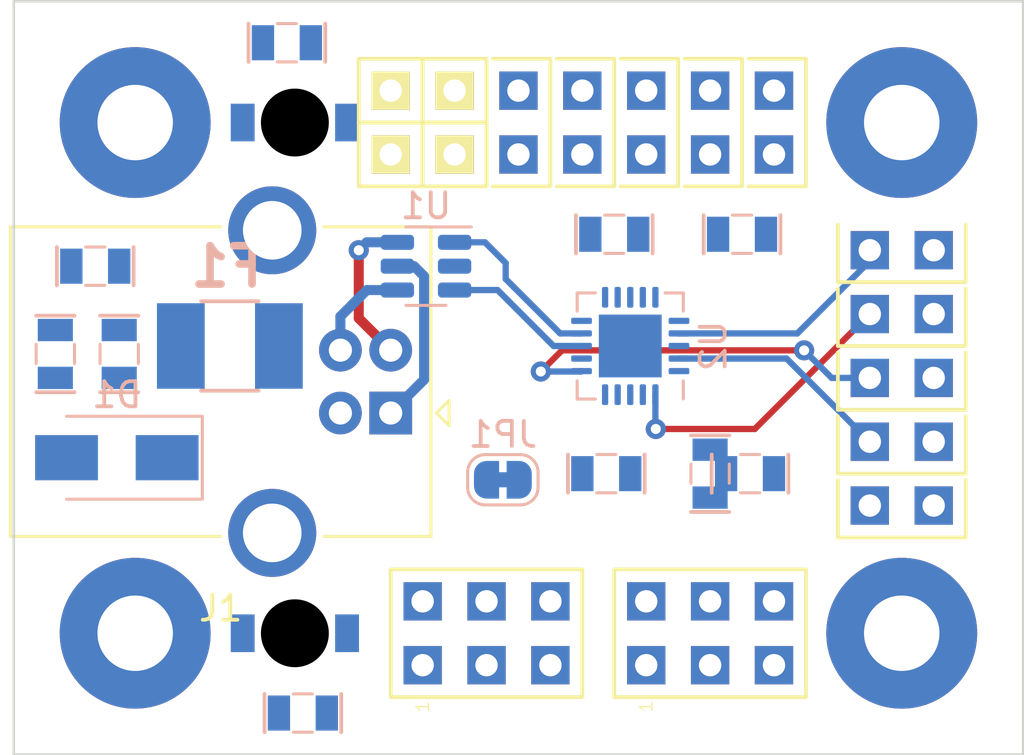
<source format=kicad_pcb>
(kicad_pcb (version 20201002) (generator pcbnew)

  (general
    (thickness 1.6)
  )

  (paper "A4")
  (layers
    (0 "F.Cu" signal)
    (31 "B.Cu" signal)
    (32 "B.Adhes" user "B.Adhesive")
    (33 "F.Adhes" user "F.Adhesive")
    (34 "B.Paste" user)
    (35 "F.Paste" user)
    (36 "B.SilkS" user "B.Silkscreen")
    (37 "F.SilkS" user "F.Silkscreen")
    (38 "B.Mask" user)
    (39 "F.Mask" user)
    (40 "Dwgs.User" user "User.Drawings")
    (41 "Cmts.User" user "User.Comments")
    (42 "Eco1.User" user "User.Eco1")
    (43 "Eco2.User" user "User.Eco2")
    (44 "Edge.Cuts" user)
    (45 "Margin" user)
    (46 "B.CrtYd" user "B.Courtyard")
    (47 "F.CrtYd" user "F.Courtyard")
    (48 "B.Fab" user)
    (49 "F.Fab" user)
    (50 "User.1" user)
    (51 "User.2" user)
    (52 "User.3" user)
    (53 "User.4" user)
    (54 "User.5" user)
    (55 "User.6" user)
    (56 "User.7" user)
    (57 "User.8" user)
    (58 "User.9" user)
  )

  (setup
    (stackup
      (layer "F.SilkS" (type "Top Silk Screen"))
      (layer "F.Paste" (type "Top Solder Paste"))
      (layer "F.Mask" (type "Top Solder Mask") (color "Green") (thickness 0.01))
      (layer "F.Cu" (type "copper") (thickness 0.035))
      (layer "dielectric 1" (type "core") (thickness 1.51) (material "FR4") (epsilon_r 4.5) (loss_tangent 0.02))
      (layer "B.Cu" (type "copper") (thickness 0.035))
      (layer "B.Mask" (type "Bottom Solder Mask") (color "Green") (thickness 0.01))
      (layer "B.Paste" (type "Bottom Solder Paste"))
      (layer "B.SilkS" (type "Bottom Silk Screen"))
      (copper_finish "None")
      (dielectric_constraints no)
    )
    (pcbplotparams
      (layerselection 0x00010fc_ffffffff)
      (disableapertmacros false)
      (usegerberextensions false)
      (usegerberattributes true)
      (usegerberadvancedattributes true)
      (creategerberjobfile true)
      (svguseinch false)
      (svgprecision 6)
      (excludeedgelayer true)
      (plotframeref false)
      (viasonmask false)
      (mode 1)
      (useauxorigin false)
      (hpglpennumber 1)
      (hpglpenspeed 20)
      (hpglpendiameter 15.000000)
      (psnegative false)
      (psa4output false)
      (plotreference true)
      (plotvalue true)
      (plotinvisibletext false)
      (sketchpadsonfab false)
      (subtractmaskfromsilk false)
      (outputformat 1)
      (mirror false)
      (drillshape 1)
      (scaleselection 1)
      (outputdirectory "")
    )
  )


  (net 0 "")
  (net 1 "GND")
  (net 2 "/VBUS")
  (net 3 "+5V")
  (net 4 "+3V3")
  (net 5 "/VCCIO")
  (net 6 "Net-(D2-Pad1)")
  (net 7 "Net-(D3-Pad1)")
  (net 8 "/D+")
  (net 9 "/D-")
  (net 10 "/TXD")
  (net 11 "/RXD")
  (net 12 "/#RTS")
  (net 13 "/#CTS")
  (net 14 "/#DTR")
  (net 15 "/#DSR")
  (net 16 "/#DCD")
  (net 17 "/#RI")
  (net 18 "/CBUS0")
  (net 19 "/RXLED{slash}CBUS1")
  (net 20 "/TXLED{slash}CBUS2")
  (net 21 "/CBUS3")
  (net 22 "Net-(R1-Pad2)")
  (net 23 "/DM")
  (net 24 "/DP")
  (net 25 "Net-(C1-Pad1)")

  (module "Mlab_Mechanical:MountingHole_3mm" locked placed (layer "F.Cu") (tedit 5F9AAD98) (tstamp 09f413e1-063e-4415-a13e-5f9195e955cb)
    (at 5.08 -5.08)
    (descr "Mounting hole, Befestigungsbohrung, 3mm, No Annular, Kein Restring,")
    (tags "Mounting hole, Befestigungsbohrung, 3mm, No Annular, Kein Restring,")
    (property "Název listu" "")
    (property "Sheet file" "F:/MLAB_G/Moduly_zvlast/USB232R02/hw/sch_pcb/USB232R02A.kicad_sch")
    (path "/760863e4-da73-4058-a60b-a7063f12c80c")
    (attr through_hole)
    (fp_text reference "H3" (at 0 -4.191) (layer "F.SilkS") hide
      (effects (font (size 1.524 1.524) (thickness 0.3048)))
      (tstamp dc1d2e83-0663-4d7f-b030-01742ee469d6)
    )
    (fp_text value "M3" (at 0 4.191) (layer "F.SilkS") hide
      (effects (font (size 1.524 1.524) (thickness 0.3048)))
      (tstamp e8094131-d873-43c0-803f-0e7e123b162c)
    )
    (fp_circle (center 0 0) (end 2.99974 0) (layer "F.Fab") (width 0.381) (tstamp 2504cff8-0ec9-4ad0-8aac-10f7190bc532))
    (pad "1" thru_hole circle (at 0 0) (size 6 6) (drill 3) (layers *.Cu *.Adhes *.Mask)
      (net 1 "GND") (pinfunction "1") (clearance 1) (zone_connect 2) (tstamp ddc6e887-baed-4ea2-8162-64ddc1fb7f2e))
    (model "${MLAB}/src/3d/mechanical/m3_komplet.step"
      (offset (xyz 0 0 0))
      (scale (xyz 1 1 1))
      (rotate (xyz 0 0 0))
    )
  )

  (module "Connector_USB:USB_B_OST_USB-B1HSxx_Horizontal" locked (layer "F.Cu") (tedit 5AFE01FF) (tstamp 10829528-81dc-4bb9-a0eb-9781bcd0fa08)
    (at 15.24 -13.843 180)
    (descr "USB B receptacle, Horizontal, through-hole, http://www.on-shore.com/wp-content/uploads/2015/09/usb-b1hsxx.pdf")
    (tags "USB-B receptacle horizontal through-hole")
    (property "Název listu" "")
    (property "Sheet file" "F:/MLAB_G/Moduly_zvlast/USB232R02/hw/sch_pcb/USB232R02A.kicad_sch")
    (path "/53367208-cd3a-4954-8647-0de7f7c0c08e")
    (attr through_hole)
    (fp_text reference "J1" (at 6.76 -7.77) (layer "F.SilkS")
      (effects (font (size 1 1) (thickness 0.15)))
      (tstamp 80c94f14-5daa-43c9-8fe1-11c94edbb68f)
    )
    (fp_text value "USB_B" (at 6.76 10.27) (layer "F.Fab")
      (effects (font (size 1 1) (thickness 0.15)))
      (tstamp 726efeb8-d8d6-4f65-8aff-51440cf09cf8)
    )
    (fp_text user "${REFERENCE}" (at 6.76 1.25) (layer "F.Fab")
      (effects (font (size 1 1) (thickness 0.15)))
      (tstamp bb60255b-9b41-4815-a9d1-b9fe7f11b1bc)
    )
    (fp_line (start -1.6 7.41) (end 2.66 7.41) (layer "F.SilkS") (width 0.12) (tstamp 14668b09-ffbf-496b-83ab-3f48ea1e3020))
    (fp_line (start -2.32 -0.5) (end -2.32 0.5) (layer "F.SilkS") (width 0.12) (tstamp 225f979b-be45-4ce7-a9e1-53e6c6804f56))
    (fp_line (start -1.6 -4.91) (end -1.6 7.41) (layer "F.SilkS") (width 0.12) (tstamp 234e5bf2-536e-4e92-8a5f-e32358cf7877))
    (fp_line (start -2.32 0.5) (end -1.82 0) (layer "F.SilkS") (width 0.12) (tstamp 2a1fe3ad-9d45-4461-a184-79b753ab4646))
    (fp_line (start 6.76 -4.91) (end 15.12 -4.91) (layer "F.SilkS") (width 0.12) (tstamp 53de2f26-a6f0-4c3b-a326-005c114dbb62))
    (fp_line (start 2.66 -4.91) (end -1.6 -4.91) (layer "F.SilkS") (width 0.12) (tstamp 76f35d98-3549-48bd-9d0f-5609dbf0b626))
    (fp_line (start 15.12 7.41) (end 6.76 7.41) (layer "F.SilkS") (width 0.12) (tstamp 7a7738ba-f42b-44d5-8bd4-e2e285fa5d81))
    (fp_line (start -1.82 0) (end -2.32 -0.5) (layer "F.SilkS") (width 0.12) (tstamp 7bc939e1-a15c-4c53-87b2-c0df0a30bd1b))
    (fp_line (start 15.12 -4.91) (end 15.12 7.41) (layer "F.SilkS") (width 0.12) (tstamp d725f311-ca29-4349-b27d-8e0a211b76ac))
    (fp_line (start 15.51 9.52) (end 15.51 -7.02) (layer "F.CrtYd") (width 0.05) (tstamp 8194a302-8992-4f30-8dcf-44a5e6ba7bc1))
    (fp_line (start 15.51 -7.02) (end -1.99 -7.02) (layer "F.CrtYd") (width 0.05) (tstamp 84cd8c17-a79b-451a-ad61-ea1ea02e4e31))
    (fp_line (start -1.99 9.52) (end 15.51 9.52) (layer "F.CrtYd") (width 0.05) (tstamp 9155a8cd-a03a-4009-b7aa-b23a30f3cb9e))
    (fp_line (start -1.99 -7.02) (end -1.99 9.52) (layer "F.CrtYd") (width 0.05) (tstamp dff8fbf3-6dd1-4550-8bc4-38217d288cd3))
    (fp_line (start -1.49 7.3) (end -1.49 -3.8) (layer "F.Fab") (width 0.1) (tstamp 8c3e62d7-3358-481e-a81c-e0c5667645f9))
    (fp_line (start 15.01 7.3) (end -1.49 7.3) (layer "F.Fab") (width 0.1) (tstamp c2094fb3-a5dd-43ff-b69c-879a466f6d09))
    (fp_line (start -1.49 -3.8) (end -0.49 -4.8) (layer "F.Fab") (width 0.1) (tstamp c9aedab6-aeb4-4309-ab44-c220b091e715))
    (fp_line (start 15.01 -4.8) (end 15.01 7.3) (layer "F.Fab") (width 0.1) (tstamp ce9eab17-f334-45e3-86c2-c392976ac647))
    (fp_line (start -0.49 -4.8) (end 15.01 -4.8) (layer "F.Fab") (width 0.1) (tstamp d71f3fd2-f04a-42c2-a828-4ee976c3998e))
    (pad "1" thru_hole rect (at 0 0 180) (size 1.7 1.7) (drill 0.92) (layers *.Cu *.Mask)
      (net 2 "/VBUS") (pinfunction "VBUS") (tstamp c3d5cbac-37ef-4f37-9797-60005517b6ed))
    (pad "2" thru_hole circle (at 0 2.5 180) (size 1.7 1.7) (drill 0.92) (layers *.Cu *.Mask)
      (net 9 "/D-") (pinfunction "D-") (tstamp 02297927-055d-4037-ba9a-ff5728bcbe8b))
    (pad "3" thru_hole circle (at 2 2.5 180) (size 1.7 1.7) (drill 0.92) (layers *.Cu *.Mask)
      (net 8 "/D+") (pinfunction "D+") (tstamp 1533b252-5245-48eb-b880-e95a933c71ed))
    (pad "4" thru_hole circle (at 2 0 180) (size 1.7 1.7) (drill 0.92) (layers *.Cu *.Mask)
      (net 1 "GND") (pinfunction "GND") (tstamp e0d2c9b4-c50e-4cb6-8ad9-aad15f65386a))
    (pad "5" thru_hole circle (at 4.71 -4.77 180) (size 3.5 3.5) (drill 2.33) (layers *.Cu *.Mask)
      (net 1 "GND") (pinfunction "Shield") (tstamp 4da0ac27-70b5-4b65-ba57-4fce8d67ace0))
    (pad "5" thru_hole circle (at 4.71 7.27 180) (size 3.5 3.5) (drill 2.33) (layers *.Cu *.Mask)
      (net 1 "GND") (pinfunction "Shield") (tstamp 88691290-61a8-4b60-902a-3b1badb3f287))
    (model "${KISYS3DMOD}/Connector_USB.3dshapes/USB_B_OST_USB-B1HSxx_Horizontal.wrl"
      (offset (xyz 0 0 0))
      (scale (xyz 1 1 1))
      (rotate (xyz 0 0 0))
    )
  )

  (module "Mlab_Pin_Headers:Straight_2x01" (layer "F.Cu") (tedit 5F9A9B42) (tstamp 1ca996f4-0cfa-4b8a-99dd-4838c5af7151)
    (at 35.56 -10.16)
    (descr "pin header straight 2x01")
    (tags "pin header straight 2x01")
    (property "Název listu" "")
    (property "Sheet file" "F:/MLAB_G/Moduly_zvlast/USB232R02/hw/sch_pcb/USB232R02A.kicad_sch")
    (path "/121381c1-05c1-47dd-926b-13c4324ab477")
    (attr through_hole)
    (fp_text reference "J17" (at 0 -2.54) (layer "F.SilkS") hide
      (effects (font (size 1.5 1.5) (thickness 0.15)))
      (tstamp 42b5cb4a-759b-4850-8afa-6edad73fe626)
    )
    (fp_text value "HEADER_2x01_PARALLEL" (at 0 2.54) (layer "F.SilkS") hide
      (effects (font (size 1.5 1.5) (thickness 0.15)))
      (tstamp bb8101ae-dc7f-4eda-8b35-3c0a981063f7)
    )
    (fp_line (start -2.54 1.27) (end -2.54 -1.016) (layer "F.SilkS") (width 0.15) (tstamp 4d5195a2-bf80-488e-8a55-4e93925f1ea8))
    (fp_line (start 2.54 1.27) (end -2.54 1.27) (layer "F.SilkS") (width 0.15) (tstamp 5790eb8c-44bc-4f7d-9abc-c9577523951b))
    (fp_line (start 2.54 -1.016) (end 2.54 1.27) (layer "F.SilkS") (width 0.15) (tstamp f4a36326-d5cd-484b-a5b1-da1831ad04ee))
    (fp_line (start 2.54 1.27) (end -2.54 1.27) (layer "F.Fab") (width 0.15) (tstamp 16cee05b-6a34-46a2-b8d6-a0f29fef2d9a))
    (fp_line (start -2.54 1.27) (end -2.54 -1.27) (layer "F.Fab") (width 0.15) (tstamp 4225ab1b-b5bd-4f16-9679-3e9e7a46c88e))
    (fp_line (start 2.54 -1.27) (end 2.54 1.27) (layer "F.Fab") (width 0.15) (tstamp 9b29316f-baee-403c-b8f3-88aae6a06697))
    (fp_line (start -2.54 -1.27) (end 2.54 -1.27) (layer "F.Fab") (width 0.15) (tstamp ad7b50a9-2a30-4862-859c-21c757f2c9aa))
    (pad "1" thru_hole rect (at -1.27 0) (size 1.524 1.524) (drill 0.889) (layers *.Cu *.Mask)
      (net 1 "GND") (tstamp 506c6575-7fd9-4891-97d4-b87094cbb3cf))
    (pad "2" thru_hole rect (at 1.27 0) (size 1.524 1.524) (drill 0.889) (layers *.Cu *.Mask)
      (net 1 "GND") (tstamp 44993b2b-1d0c-41a5-a1b4-fe329c742ce8))
    (model "${KISYS3DMOD}/Connector_PinHeader_2.54mm.3dshapes/PinHeader_2x01_P2.54mm_Vertical.wrl"
      (offset (xyz -1.27 0 0))
      (scale (xyz 1 1 1))
      (rotate (xyz 0 0 0))
    )
  )

  (module "Mlab_Pin_Headers:Straight_2x01" (layer "F.Cu") (tedit 5F9A9B42) (tstamp 2c4c710a-3b43-41f3-b885-550835f5a40e)
    (at 35.56 -17.78)
    (descr "pin header straight 2x01")
    (tags "pin header straight 2x01")
    (property "Název listu" "")
    (property "Sheet file" "F:/MLAB_G/Moduly_zvlast/USB232R02/hw/sch_pcb/USB232R02A.kicad_sch")
    (path "/213c7d48-cc00-4695-a2fe-64145cce24ee")
    (attr through_hole)
    (fp_text reference "J6" (at 0 -2.54) (layer "F.SilkS") hide
      (effects (font (size 1.5 1.5) (thickness 0.15)))
      (tstamp 17560577-4317-4ae8-a164-20a07e4380aa)
    )
    (fp_text value "HEADER_2x01_PARALLEL" (at 0 2.54) (layer "F.SilkS") hide
      (effects (font (size 1.5 1.5) (thickness 0.15)))
      (tstamp f29cd988-6793-4cfb-b22e-9e04943fe68f)
    )
    (fp_line (start 2.54 1.27) (end -2.54 1.27) (layer "F.SilkS") (width 0.15) (tstamp 1916714d-d3bc-4d03-b626-94d498a8f554))
    (fp_line (start 2.54 -1.016) (end 2.54 1.27) (layer "F.SilkS") (width 0.15) (tstamp 5997358b-2d8a-4862-bae1-98325ebd35d4))
    (fp_line (start -2.54 1.27) (end -2.54 -1.016) (layer "F.SilkS") (width 0.15) (tstamp 87dd1b35-41e9-42b7-a149-8d618d1794a8))
    (fp_line (start -2.54 1.27) (end -2.54 -1.27) (layer "F.Fab") (width 0.15) (tstamp 3262f330-57a0-4bab-9024-c2b5eb22f9a2))
    (fp_line (start 2.54 1.27) (end -2.54 1.27) (layer "F.Fab") (width 0.15) (tstamp d655ccbc-4560-478b-9a15-851df9caeb0d))
    (fp_line (start -2.54 -1.27) (end 2.54 -1.27) (layer "F.Fab") (width 0.15) (tstamp f4b04d2b-da55-4eb8-98b8-03c1df511fec))
    (fp_line (start 2.54 -1.27) (end 2.54 1.27) (layer "F.Fab") (width 0.15) (tstamp ff4ce3c9-0c07-4de7-bc94-51226a3d8588))
    (pad "1" thru_hole rect (at -1.27 0) (size 1.524 1.524) (drill 0.889) (layers *.Cu *.Mask)
      (net 11 "/RXD") (tstamp 054978ee-371c-418d-b8ca-239d21c6dfd6))
    (pad "2" thru_hole rect (at 1.27 0) (size 1.524 1.524) (drill 0.889) (layers *.Cu *.Mask)
      (net 11 "/RXD") (tstamp b858f964-0336-4d52-9113-4c5c5f7431e9))
    (model "${KISYS3DMOD}/Connector_PinHeader_2.54mm.3dshapes/PinHeader_2x01_P2.54mm_Vertical.wrl"
      (offset (xyz -1.27 0 0))
      (scale (xyz 1 1 1))
      (rotate (xyz 0 0 0))
    )
  )

  (module "Mlab_Pin_Headers:Straight_2x01" (layer "F.Cu") (tedit 5F9A9B42) (tstamp 2fa3d4ca-cbc7-4769-9c64-d96b649f1ff7)
    (at 35.56 -20.32)
    (descr "pin header straight 2x01")
    (tags "pin header straight 2x01")
    (property "Název listu" "")
    (property "Sheet file" "F:/MLAB_G/Moduly_zvlast/USB232R02/hw/sch_pcb/USB232R02A.kicad_sch")
    (path "/efbe8fb8-9545-49ba-bb37-61f2d8d813f2")
    (attr through_hole)
    (fp_text reference "J5" (at 0 -2.54) (layer "F.SilkS") hide
      (effects (font (size 1.5 1.5) (thickness 0.15)))
      (tstamp 96397956-de06-4b4b-bf46-f297a77da33d)
    )
    (fp_text value "HEADER_2x01_PARALLEL" (at 0 2.54) (layer "F.SilkS") hide
      (effects (font (size 1.5 1.5) (thickness 0.15)))
      (tstamp 0565746b-4292-4263-bcc4-49d7627653b8)
    )
    (fp_line (start -2.54 1.27) (end -2.54 -1.016) (layer "F.SilkS") (width 0.15) (tstamp 2d05c823-0f6f-48a4-a60c-b7bce806e170))
    (fp_line (start 2.54 1.27) (end -2.54 1.27) (layer "F.SilkS") (width 0.15) (tstamp 93eaf7b6-73d6-439c-ad32-fbe7ff754ff0))
    (fp_line (start 2.54 -1.016) (end 2.54 1.27) (layer "F.SilkS") (width 0.15) (tstamp d848f69e-0c92-429b-bef0-30525df62cff))
    (fp_line (start -2.54 -1.27) (end 2.54 -1.27) (layer "F.Fab") (width 0.15) (tstamp 402578b0-008c-4766-a14a-23bfffbc5d4b))
    (fp_line (start 2.54 -1.27) (end 2.54 1.27) (layer "F.Fab") (width 0.15) (tstamp 4fd0999d-1196-4649-bfa7-fcc9d8ff037f))
    (fp_line (start 2.54 1.27) (end -2.54 1.27) (layer "F.Fab") (width 0.15) (tstamp 687eba9e-9910-489d-a523-bcff06a46a55))
    (fp_line (start -2.54 1.27) (end -2.54 -1.27) (layer "F.Fab") (width 0.15) (tstamp 984b79f9-05eb-40b2-9f36-b3ddf0824f0b))
    (pad "1" thru_hole rect (at -1.27 0) (size 1.524 1.524) (drill 0.889) (layers *.Cu *.Mask)
      (net 10 "/TXD") (tstamp 007dc5b2-5d83-413f-96d2-cf7974025f3b))
    (pad "2" thru_hole rect (at 1.27 0) (size 1.524 1.524) (drill 0.889) (layers *.Cu *.Mask)
      (net 10 "/TXD") (tstamp 24099230-6ede-431a-97e0-2166d1836491))
    (model "${KISYS3DMOD}/Connector_PinHeader_2.54mm.3dshapes/PinHeader_2x01_P2.54mm_Vertical.wrl"
      (offset (xyz -1.27 0 0))
      (scale (xyz 1 1 1))
      (rotate (xyz 0 0 0))
    )
  )

  (module "Mlab_Pin_Headers:Straight_2x01" (layer "F.Cu") (tedit 5F9A9B42) (tstamp 5342fe4c-1c88-497d-ae41-72bfb18d7ed6)
    (at 27.94 -25.4 90)
    (descr "pin header straight 2x01")
    (tags "pin header straight 2x01")
    (property "Název listu" "")
    (property "Sheet file" "F:/MLAB_G/Moduly_zvlast/USB232R02/hw/sch_pcb/USB232R02A.kicad_sch")
    (path "/3d52675a-b81d-49e5-96cc-9462f977192f")
    (attr through_hole)
    (fp_text reference "J12" (at 0 -2.54 90) (layer "F.SilkS") hide
      (effects (font (size 1.5 1.5) (thickness 0.15)))
      (tstamp f5bbcfac-980c-4457-95c6-913212549fe4)
    )
    (fp_text value "-" (at 0 2.54 90) (layer "F.SilkS") hide
      (effects (font (size 1.5 1.5) (thickness 0.15)))
      (tstamp ad765d19-52a9-4ebf-a7ef-2fe1c6581b45)
    )
    (fp_line (start 2.54 -1.016) (end 2.54 1.27) (layer "F.SilkS") (width 0.15) (tstamp 144d5183-d32b-425c-9759-da1d73a2fffb))
    (fp_line (start -2.54 1.27) (end -2.54 -1.016) (layer "F.SilkS") (width 0.15) (tstamp 4820849b-2801-403b-9111-040e3f7121b4))
    (fp_line (start 2.54 1.27) (end -2.54 1.27) (layer "F.SilkS") (width 0.15) (tstamp 6173b2f7-b115-4e74-b494-0b7496fef68c))
    (fp_line (start -2.54 -1.27) (end 2.54 -1.27) (layer "F.Fab") (width 0.15) (tstamp 2fcb01a7-a330-4528-900a-3b0671f1c31e))
    (fp_line (start -2.54 1.27) (end -2.54 -1.27) (layer "F.Fab") (width 0.15) (tstamp 9bcf9128-9cd5-4367-a33f-22e27d9a45cd))
    (fp_line (start 2.54 -1.27) (end 2.54 1.27) (layer "F.Fab") (width 0.15) (tstamp 9c550d1c-90b0-4c49-8b91-df4e1ac88e4b))
    (fp_line (start 2.54 1.27) (end -2.54 1.27) (layer "F.Fab") (width 0.15) (tstamp a7914e2d-defa-4a09-923d-db5387de1d7a))
    (pad "1" thru_hole rect (at -1.27 0 90) (size 1.524 1.524) (drill 0.889) (layers *.Cu *.Mask)
      (net 17 "/#RI") (tstamp 8e028963-f71d-4253-830d-3450b3b45aa5))
    (pad "2" thru_hole rect (at 1.27 0 90) (size 1.524 1.524) (drill 0.889) (layers *.Cu *.Mask)
      (net 17 "/#RI") (tstamp f3712d13-401e-4eb9-b697-a258266d9d63))
    (model "${KISYS3DMOD}/Connector_PinHeader_2.54mm.3dshapes/PinHeader_2x01_P2.54mm_Vertical.wrl" hide
      (offset (xyz -1.27 0 0))
      (scale (xyz 1 1 1))
      (rotate (xyz 0 0 0))
    )
  )

  (module "Mlab_Mechanical:MountingHole_3mm" locked placed (layer "F.Cu") (tedit 5F9AAD98) (tstamp 563d87a7-7187-43a7-b627-6287c5f312b9)
    (at 35.56 -5.08)
    (descr "Mounting hole, Befestigungsbohrung, 3mm, No Annular, Kein Restring,")
    (tags "Mounting hole, Befestigungsbohrung, 3mm, No Annular, Kein Restring,")
    (property "Název listu" "")
    (property "Sheet file" "F:/MLAB_G/Moduly_zvlast/USB232R02/hw/sch_pcb/USB232R02A.kicad_sch")
    (path "/6c86aaaa-9174-4bc6-95df-e076880a11e1")
    (attr through_hole)
    (fp_text reference "H4" (at 0 -4.191) (layer "F.SilkS") hide
      (effects (font (size 1.524 1.524) (thickness 0.3048)))
      (tstamp e0fc788f-6a93-44bf-9434-8e8dcf3fde21)
    )
    (fp_text value "M3" (at 0 4.191) (layer "F.SilkS") hide
      (effects (font (size 1.524 1.524) (thickness 0.3048)))
      (tstamp e1ae1ec7-12d9-40ef-af98-12a0b2b776d3)
    )
    (fp_circle (center 0 0) (end 2.99974 0) (layer "F.Fab") (width 0.381) (tstamp ba9ce4c7-71a0-456f-b54c-1fc604767815))
    (pad "1" thru_hole circle (at 0 0) (size 6 6) (drill 3) (layers *.Cu *.Adhes *.Mask)
      (net 1 "GND") (pinfunction "1") (clearance 1) (zone_connect 2) (tstamp 38f1e859-dde0-4d01-9e62-a05031547f7c))
    (model "${MLAB}/src/3d/mechanical/m3_komplet.step"
      (offset (xyz 0 0 0))
      (scale (xyz 1 1 1))
      (rotate (xyz 0 0 0))
    )
  )

  (module "Mlab_Pin_Headers:Straight_2x03" (layer "F.Cu") (tedit 5F9A9A9A) (tstamp 67acaeae-4b40-442d-b8c8-648ee873ee86)
    (at 27.94 -5.08 90)
    (descr "pin header straight 2x03")
    (tags "pin header straight 2x03")
    (property "Název listu" "")
    (property "Sheet file" "F:/MLAB_G/Moduly_zvlast/USB232R02/hw/sch_pcb/USB232R02A.kicad_sch")
    (path "/9304e664-8a86-4627-936a-7b92275c5c3b")
    (attr through_hole)
    (fp_text reference "J3" (at 0 -5.08 90) (layer "F.SilkS") hide
      (effects (font (size 1.5 1.5) (thickness 0.15)))
      (tstamp cd4b13e0-88bc-49f6-9ca5-b689ee33400a)
    )
    (fp_text value "HEADER_2x03_PARALLEL" (at 0 5.08 90) (layer "F.SilkS") hide
      (effects (font (size 1.5 1.5) (thickness 0.15)))
      (tstamp 1bffdc6f-547b-4388-b556-0f027e909502)
    )
    (fp_text user "1" (at -2.921 -2.54 90) (layer "F.SilkS")
      (effects (font (size 0.5 0.5) (thickness 0.05)))
      (tstamp 8b17cce2-2719-4f70-ac59-19bbc52e1b85)
    )
    (fp_line (start 2.54 3.81) (end -2.54 3.81) (layer "F.SilkS") (width 0.15) (tstamp 2a0a1b43-c01c-40d4-9df3-dbc7484bff16))
    (fp_line (start -2.54 -3.81) (end 2.54 -3.81) (layer "F.SilkS") (width 0.15) (tstamp 2c3cd8fa-1c85-4ce7-b69e-20f4692dfbd2))
    (fp_line (start 2.54 -3.81) (end 2.54 3.81) (layer "F.SilkS") (width 0.15) (tstamp 9892ce70-9341-4ade-a7c5-303d91ab5e8c))
    (fp_line (start -2.54 3.81) (end -2.54 -3.81) (layer "F.SilkS") (width 0.15) (tstamp fa77da4b-4137-4393-b922-06bd552d580e))
    (fp_line (start 2.54 -3.81) (end 2.54 3.81) (layer "F.Fab") (width 0.15) (tstamp 57f2d89f-a506-4f41-8002-4a7207b44e28))
    (fp_line (start 2.54 3.81) (end -2.54 3.81) (layer "F.Fab") (width 0.15) (tstamp 8a1df0c4-090e-468a-b97f-e23d8d34f8a6))
    (fp_line (start -2.54 3.81) (end -2.54 -3.81) (layer "F.Fab") (width 0.15) (tstamp 9112b562-4bd7-4ff8-b78b-626b3840f27e))
    (fp_line (start -2.54 -3.81) (end 2.54 -3.81) (layer "F.Fab") (width 0.15) (tstamp c586eb9c-13d0-465c-93e7-c5277225f70b))
    (pad "1" thru_hole rect (at -1.27 -2.54 90) (size 1.524 1.524) (drill 0.889) (layers *.Cu *.Mask)
      (net 1 "GND") (tstamp 76f7dff2-b5c2-4846-a7be-df6bf6776cf1))
    (pad "2" thru_hole rect (at 1.27 -2.54 90) (size 1.524 1.524) (drill 0.889) (layers *.Cu *.Mask)
      (net 1 "GND") (tstamp 0f8fc0a7-3e3b-4ced-b630-4444c27029bc))
    (pad "3" thru_hole rect (at -1.27 0 90) (size 1.524 1.524) (drill 0.889) (layers *.Cu *.Mask)
      (net 4 "+3V3") (tstamp 904f4bef-ddb4-4182-939b-7aa46a4ffef0))
    (pad "4" thru_hole rect (at 1.27 0 90) (size 1.524 1.524) (drill 0.889) (layers *.Cu *.Mask)
      (net 4 "+3V3") (tstamp 43a30088-3a41-44d5-bce1-694b6702d0e6))
    (pad "5" thru_hole rect (at -1.27 2.54 90) (size 1.524 1.524) (drill 0.889) (layers *.Cu *.Mask)
      (net 1 "GND") (tstamp 6e08b711-3af9-4a7d-aea8-95bee98046d6))
    (pad "6" thru_hole rect (at 1.27 2.54 90) (size 1.524 1.524) (drill 0.889) (layers *.Cu *.Mask)
      (net 1 "GND") (tstamp 5a12da66-0381-4a3d-b260-e959cb97c6d3))
    (model "${KISYS3DMOD}/Connector_PinHeader_2.54mm.3dshapes/PinHeader_2x03_P2.54mm_Vertical.wrl"
      (offset (xyz -1.27 2.54 0))
      (scale (xyz 1 1 1))
      (rotate (xyz 0 0 0))
    )
  )

  (module "Mlab_Pin_Headers:Straight_1x01" (layer "F.Cu") (tedit 5C6FA06B) (tstamp 7575ceba-105e-4084-ba5d-189f813396bc)
    (at 15.24 -26.67 90)
    (descr "pin header straight 1x01")
    (tags "pin header straight 1x01")
    (property "Název listu" "")
    (property "Sheet file" "F:/MLAB_G/Moduly_zvlast/USB232R02/hw/sch_pcb/USB232R02A.kicad_sch")
    (path "/61652d37-c987-4076-b01d-6a478efaeb57")
    (attr through_hole)
    (fp_text reference "J14" (at 0 -2.54 90) (layer "F.SilkS") hide
      (effects (font (size 1.5 1.5) (thickness 0.15)))
      (tstamp 6013969f-a97a-4593-8c17-eaaf9aa506db)
    )
    (fp_text value "-" (at 0 2.54 90) (layer "F.SilkS") hide
      (effects (font (size 1.5 1.5) (thickness 0.15)))
      (tstamp 7b936986-6186-4dc8-8738-4a01d7c3056d)
    )
    (fp_text user "1" (at -1.651 0 90) (layer "F.SilkS") hide
      (effects (font (size 0.5 0.5) (thickness 0.05)))
      (tstamp dc6a7030-3f71-4224-9333-de6d759bddfd)
    )
    (fp_line (start 1.27 -1.27) (end 1.27 1.27) (layer "F.SilkS") (width 0.15) (tstamp 1ef7cf83-cc3c-4943-b7fa-90be282ab7af))
    (fp_line (start -1.27 1.27) (end -1.27 -1.27) (layer "F.SilkS") (width 0.15) (tstamp 5174ec17-d297-4c0e-b78c-4fd2c26ddc28))
    (fp_line (start 1.27 1.27) (end -1.27 1.27) (layer "F.SilkS") (width 0.15) (tstamp 7e1046b9-cab3-45c7-b702-2948084fd600))
    (fp_line (start -1.27 -1.27) (end 1.27 -1.27) (layer "F.SilkS") (width 0.15) (tstamp e80065ea-b03e-4a7b-b949-7f5285fa383c))
    (pad "1" thru_hole rect (at 0 0 90) (size 1.524 1.524) (drill 0.889) (layers *.Cu *.Mask "F.SilkS")
      (net 19 "/RXLED{slash}CBUS1") (tstamp ed159de2-7a6f-401c-9f8d-f56ea30a82dc))
    (model "${KISYS3DMOD}/Connector_PinHeader_2.54mm.3dshapes/PinHeader_1x01_P2.54mm_Vertical.wrl" hide
      (offset (xyz 0 0 0))
      (scale (xyz 1 1 1))
      (rotate (xyz 0 0 90))
    )
  )

  (module "Mlab_Pin_Headers:Straight_1x01" (layer "F.Cu") (tedit 5C6FA06B) (tstamp a068f22f-8c46-4620-b855-6d02f99c142a)
    (at 17.78 -26.67 90)
    (descr "pin header straight 1x01")
    (tags "pin header straight 1x01")
    (property "Název listu" "")
    (property "Sheet file" "F:/MLAB_G/Moduly_zvlast/USB232R02/hw/sch_pcb/USB232R02A.kicad_sch")
    (path "/c8fd8da6-e5e8-4c54-818c-06444e23b76d")
    (attr through_hole)
    (fp_text reference "J13" (at 0 -2.54 90) (layer "F.SilkS") hide
      (effects (font (size 1.5 1.5) (thickness 0.15)))
      (tstamp 63969817-d0e6-4532-8c3d-26a95a651459)
    )
    (fp_text value "-" (at 0 2.54 90) (layer "F.SilkS") hide
      (effects (font (size 1.5 1.5) (thickness 0.15)))
      (tstamp bc5575d5-98e1-43c6-85a3-775ceb0e73bb)
    )
    (fp_text user "1" (at -1.651 0 90) (layer "F.SilkS") hide
      (effects (font (size 0.5 0.5) (thickness 0.05)))
      (tstamp 4b77eacc-7ea3-4e63-b76b-75136e6a4b6f)
    )
    (fp_line (start 1.27 -1.27) (end 1.27 1.27) (layer "F.SilkS") (width 0.15) (tstamp 07427eb0-9298-4300-aa6a-ba97e67da3fa))
    (fp_line (start -1.27 1.27) (end -1.27 -1.27) (layer "F.SilkS") (width 0.15) (tstamp 54056eca-8488-4e7e-ad07-bc78415f242a))
    (fp_line (start 1.27 1.27) (end -1.27 1.27) (layer "F.SilkS") (width 0.15) (tstamp d9b962c0-94da-491d-99a0-318c828c926f))
    (fp_line (start -1.27 -1.27) (end 1.27 -1.27) (layer "F.SilkS") (width 0.15) (tstamp f2405781-a6e9-4c88-a9b1-ffdf2d62b332))
    (pad "1" thru_hole rect (at 0 0 90) (size 1.524 1.524) (drill 0.889) (layers *.Cu *.Mask "F.SilkS")
      (net 18 "/CBUS0") (tstamp da0ea443-a1b4-4f9b-b6ed-0b6b0fca6a82))
    (model "${KISYS3DMOD}/Connector_PinHeader_2.54mm.3dshapes/PinHeader_1x01_P2.54mm_Vertical.wrl" hide
      (offset (xyz 0 0 0))
      (scale (xyz 1 1 1))
      (rotate (xyz 0 0 90))
    )
  )

  (module "Mlab_Pin_Headers:Straight_2x01" (layer "F.Cu") (tedit 5F9A9B42) (tstamp a1e35a74-b208-4b27-8497-6bba904769e5)
    (at 35.56 -15.24)
    (descr "pin header straight 2x01")
    (tags "pin header straight 2x01")
    (property "Název listu" "")
    (property "Sheet file" "F:/MLAB_G/Moduly_zvlast/USB232R02/hw/sch_pcb/USB232R02A.kicad_sch")
    (path "/bbcf9f4e-dab9-441e-badc-e72aac270821")
    (attr through_hole)
    (fp_text reference "J8" (at 0 -2.54) (layer "F.SilkS") hide
      (effects (font (size 1.5 1.5) (thickness 0.15)))
      (tstamp 394dd5f0-a97d-40df-b80e-65e29dd354ce)
    )
    (fp_text value "HEADER_2x01_PARALLEL" (at 0 2.54) (layer "F.SilkS") hide
      (effects (font (size 1.5 1.5) (thickness 0.15)))
      (tstamp ce0c8325-8828-459c-9fd8-4f1a898da3ef)
    )
    (fp_line (start 2.54 1.27) (end -2.54 1.27) (layer "F.SilkS") (width 0.15) (tstamp 1c1449c3-5a76-4956-afd4-4aeca06b152c))
    (fp_line (start -2.54 1.27) (end -2.54 -1.016) (layer "F.SilkS") (width 0.15) (tstamp 590a9404-d818-45d6-ac19-34edcef487e6))
    (fp_line (start 2.54 -1.016) (end 2.54 1.27) (layer "F.SilkS") (width 0.15) (tstamp e08eb134-1329-4f82-a086-b0a17c5b61d8))
    (fp_line (start 2.54 1.27) (end -2.54 1.27) (layer "F.Fab") (width 0.15) (tstamp 4bb4378a-658e-4b7b-96ee-f4aa51ade546))
    (fp_line (start -2.54 1.27) (end -2.54 -1.27) (layer "F.Fab") (width 0.15) (tstamp 885c9c2c-f933-48eb-8b3f-80418f8b2669))
    (fp_line (start 2.54 -1.27) (end 2.54 1.27) (layer "F.Fab") (width 0.15) (tstamp b277757b-8306-4e52-afdc-f7c93002a0d4))
    (fp_line (start -2.54 -1.27) (end 2.54 -1.27) (layer "F.Fab") (width 0.15) (tstamp ba714776-3a22-467e-9cd1-1b0ce8c89921))
    (pad "1" thru_hole rect (at -1.27 0) (size 1.524 1.524) (drill 0.889) (layers *.Cu *.Mask)
      (net 13 "/#CTS") (tstamp 0706c431-3d29-4f9c-95b2-7c0e1e4fd9e8))
    (pad "2" thru_hole rect (at 1.27 0) (size 1.524 1.524) (drill 0.889) (layers *.Cu *.Mask)
      (net 13 "/#CTS") (tstamp 1f0b7ed9-5167-43b5-9293-69ad132dd416))
    (model "${KISYS3DMOD}/Connector_PinHeader_2.54mm.3dshapes/PinHeader_2x01_P2.54mm_Vertical.wrl"
      (offset (xyz -1.27 0 0))
      (scale (xyz 1 1 1))
      (rotate (xyz 0 0 0))
    )
  )

  (module "Mlab_Pin_Headers:Straight_1x01" (layer "F.Cu") (tedit 5C6FA06B) (tstamp b1cdb1de-54da-43d4-9922-0b3937e39020)
    (at 15.24 -24.13 90)
    (descr "pin header straight 1x01")
    (tags "pin header straight 1x01")
    (property "Název listu" "")
    (property "Sheet file" "F:/MLAB_G/Moduly_zvlast/USB232R02/hw/sch_pcb/USB232R02A.kicad_sch")
    (path "/e47bd181-3955-4b09-a5ff-6117b7ef0613")
    (attr through_hole)
    (fp_text reference "J15" (at 0 -2.54 90) (layer "F.SilkS") hide
      (effects (font (size 1.5 1.5) (thickness 0.15)))
      (tstamp fb17b200-8f87-4748-bfcd-b889addafce6)
    )
    (fp_text value "-" (at 0 2.54 90) (layer "F.SilkS") hide
      (effects (font (size 1.5 1.5) (thickness 0.15)))
      (tstamp c79c4af8-1aac-4b5c-994d-df297710671b)
    )
    (fp_text user "1" (at -1.651 0 90) (layer "F.SilkS") hide
      (effects (font (size 0.5 0.5) (thickness 0.05)))
      (tstamp 1c0774a3-f54f-45c9-acaf-6c076b59bf29)
    )
    (fp_line (start 1.27 -1.27) (end 1.27 1.27) (layer "F.SilkS") (width 0.15) (tstamp 01dd08fe-dd91-4543-9f80-1dc0b635c0b6))
    (fp_line (start 1.27 1.27) (end -1.27 1.27) (layer "F.SilkS") (width 0.15) (tstamp 32a5190f-6279-44e8-ac67-ecec2bfeb1f0))
    (fp_line (start -1.27 1.27) (end -1.27 -1.27) (layer "F.SilkS") (width 0.15) (tstamp c0b6b9d4-55e5-4262-ac03-6dc0eb74ad1d))
    (fp_line (start -1.27 -1.27) (end 1.27 -1.27) (layer "F.SilkS") (width 0.15) (tstamp dd1b17e2-5f02-4637-aec8-7fc888874720))
    (pad "1" thru_hole rect (at 0 0 90) (size 1.524 1.524) (drill 0.889) (layers *.Cu *.Mask "F.SilkS")
      (net 20 "/TXLED{slash}CBUS2") (tstamp 36d36e84-acaa-4539-adc6-81f91caa0cf9))
    (model "${KISYS3DMOD}/Connector_PinHeader_2.54mm.3dshapes/PinHeader_1x01_P2.54mm_Vertical.wrl" hide
      (offset (xyz 0 0 0))
      (scale (xyz 1 1 1))
      (rotate (xyz 0 0 90))
    )
  )

  (module "Mlab_Pin_Headers:Straight_2x01" (layer "F.Cu") (tedit 5F9A9B42) (tstamp b416c5ab-b84b-487c-a87e-f67511486869)
    (at 30.48 -25.4 90)
    (descr "pin header straight 2x01")
    (tags "pin header straight 2x01")
    (property "Název listu" "")
    (property "Sheet file" "F:/MLAB_G/Moduly_zvlast/USB232R02/hw/sch_pcb/USB232R02A.kicad_sch")
    (path "/dba42c53-c210-47c2-9767-0ff3a8df3960")
    (attr through_hole)
    (fp_text reference "J10" (at 0 -2.54 90) (layer "F.SilkS") hide
      (effects (font (size 1.5 1.5) (thickness 0.15)))
      (tstamp 4a4c85fc-2d0c-409b-a585-0ea9ed8a2a74)
    )
    (fp_text value "-" (at 0 2.54 90) (layer "F.SilkS") hide
      (effects (font (size 1.5 1.5) (thickness 0.15)))
      (tstamp 6cbed49f-227f-4a18-bc3a-1987bd8bbcb9)
    )
    (fp_line (start 2.54 -1.016) (end 2.54 1.27) (layer "F.SilkS") (width 0.15) (tstamp 713aa8dd-fb44-4a9e-ad4b-ca7ca51b8d74))
    (fp_line (start -2.54 1.27) (end -2.54 -1.016) (layer "F.SilkS") (width 0.15) (tstamp a0106575-06f0-4041-b325-d2caa7407be4))
    (fp_line (start 2.54 1.27) (end -2.54 1.27) (layer "F.SilkS") (width 0.15) (tstamp d8cd3dcd-7717-4882-9720-67b0c69bada2))
    (fp_line (start 2.54 1.27) (end -2.54 1.27) (layer "F.Fab") (width 0.15) (tstamp 0485089e-7eb3-4d21-b694-b3357eceb5fc))
    (fp_line (start 2.54 -1.27) (end 2.54 1.27) (layer "F.Fab") (width 0.15) (tstamp 33e07351-df21-42b3-994f-b6766d74d8bf))
    (fp_line (start -2.54 -1.27) (end 2.54 -1.27) (layer "F.Fab") (width 0.15) (tstamp 4a8be7bb-d08a-43b8-a73b-318dde4fb198))
    (fp_line (start -2.54 1.27) (end -2.54 -1.27) (layer "F.Fab") (width 0.15) (tstamp 56a68ec7-ffd8-451e-b3a6-528bee4f1207))
    (pad "1" thru_hole rect (at -1.27 0 90) (size 1.524 1.524) (drill 0.889) (layers *.Cu *.Mask)
      (net 15 "/#DSR") (tstamp 02512b46-62b0-477b-91ba-ca6120438610))
    (pad "2" thru_hole rect (at 1.27 0 90) (size 1.524 1.524) (drill 0.889) (layers *.Cu *.Mask)
      (net 15 "/#DSR") (tstamp 0b9cf85c-c84a-417d-9366-0e1e3158c7f6))
    (model "${KISYS3DMOD}/Connector_PinHeader_2.54mm.3dshapes/PinHeader_2x01_P2.54mm_Vertical.wrl" hide
      (offset (xyz -1.27 0 0))
      (scale (xyz 1 1 1))
      (rotate (xyz 0 0 0))
    )
  )

  (module "Mlab_Mechanical:MountingHole_3mm" locked placed (layer "F.Cu") (tedit 5F9AAD98) (tstamp c21bca58-489d-46d0-8c71-fa7d0271a17b)
    (at 35.56 -25.4)
    (descr "Mounting hole, Befestigungsbohrung, 3mm, No Annular, Kein Restring,")
    (tags "Mounting hole, Befestigungsbohrung, 3mm, No Annular, Kein Restring,")
    (property "Název listu" "")
    (property "Sheet file" "F:/MLAB_G/Moduly_zvlast/USB232R02/hw/sch_pcb/USB232R02A.kicad_sch")
    (path "/9ccdf6af-8340-4776-9e1b-cf90430c2f74")
    (attr through_hole)
    (fp_text reference "H1" (at 0 -4.191) (layer "F.SilkS") hide
      (effects (font (size 1.524 1.524) (thickness 0.3048)))
      (tstamp fffe63f6-9165-43a7-818c-214a4652c862)
    )
    (fp_text value "M3" (at 0 4.191) (layer "F.SilkS") hide
      (effects (font (size 1.524 1.524) (thickness 0.3048)))
      (tstamp 6c6efb64-e78a-4b52-a223-929a1f80c266)
    )
    (fp_circle (center 0 0) (end 2.99974 0) (layer "F.Fab") (width 0.381) (tstamp 8954cebe-522a-4697-b078-467f04da8373))
    (pad "1" thru_hole circle (at 0 0) (size 6 6) (drill 3) (layers *.Cu *.Adhes *.Mask)
      (net 1 "GND") (pinfunction "1") (clearance 1) (zone_connect 2) (tstamp 7da241ab-8fa8-434e-b455-b80d3e7297e2))
    (model "${MLAB}/src/3d/mechanical/m3_komplet.step"
      (offset (xyz 0 0 0))
      (scale (xyz 1 1 1))
      (rotate (xyz 0 0 0))
    )
  )

  (module "Mlab_Pin_Headers:Straight_2x01" (layer "F.Cu") (tedit 5F9A9B42) (tstamp c7734687-b882-4028-8f02-ac0b1be0c630)
    (at 35.56 -12.7)
    (descr "pin header straight 2x01")
    (tags "pin header straight 2x01")
    (property "Název listu" "")
    (property "Sheet file" "F:/MLAB_G/Moduly_zvlast/USB232R02/hw/sch_pcb/USB232R02A.kicad_sch")
    (path "/9abaf92a-7dfd-4f42-bc45-de1b0a9146df")
    (attr through_hole)
    (fp_text reference "J7" (at 0 -2.54) (layer "F.SilkS") hide
      (effects (font (size 1.5 1.5) (thickness 0.15)))
      (tstamp 759bab1a-24ed-47e1-b492-d7081195067c)
    )
    (fp_text value "HEADER_2x01_PARALLEL" (at 0 2.54) (layer "F.SilkS") hide
      (effects (font (size 1.5 1.5) (thickness 0.15)))
      (tstamp c4d72b92-b455-4a04-9d7a-9b3d51b22618)
    )
    (fp_line (start -2.54 1.27) (end -2.54 -1.016) (layer "F.SilkS") (width 0.15) (tstamp 5d29d05e-c87b-4bf7-adf6-843f82f20d32))
    (fp_line (start 2.54 -1.016) (end 2.54 1.27) (layer "F.SilkS") (width 0.15) (tstamp a6722869-1cca-41d7-82b3-91f9eff0e16b))
    (fp_line (start 2.54 1.27) (end -2.54 1.27) (layer "F.SilkS") (width 0.15) (tstamp ea0e311b-1ced-42fc-ac49-b0b7ece6a9d7))
    (fp_line (start -2.54 -1.27) (end 2.54 -1.27) (layer "F.Fab") (width 0.15) (tstamp 2d75f1d6-b72f-4c97-abfd-d5989df9cb73))
    (fp_line (start 2.54 1.27) (end -2.54 1.27) (layer "F.Fab") (width 0.15) (tstamp 456d801c-ada9-4198-913b-438db8adb5c1))
    (fp_line (start -2.54 1.27) (end -2.54 -1.27) (layer "F.Fab") (width 0.15) (tstamp 4f4e615d-187c-405a-9f67-19ebedae6998))
    (fp_line (start 2.54 -1.27) (end 2.54 1.27) (layer "F.Fab") (width 0.15) (tstamp effde7ea-f1e3-4a51-b33a-fdbf96ee3816))
    (pad "1" thru_hole rect (at -1.27 0) (size 1.524 1.524) (drill 0.889) (layers *.Cu *.Mask)
      (net 12 "/#RTS") (tstamp 2b899a18-5e5f-4c8e-80b1-f8675e2ec79b))
    (pad "2" thru_hole rect (at 1.27 0) (size 1.524 1.524) (drill 0.889) (layers *.Cu *.Mask)
      (net 12 "/#RTS") (tstamp 0105a8b9-9533-4d48-9846-fcdcfd86ed4c))
    (model "${KISYS3DMOD}/Connector_PinHeader_2.54mm.3dshapes/PinHeader_2x01_P2.54mm_Vertical.wrl"
      (offset (xyz -1.27 0 0))
      (scale (xyz 1 1 1))
      (rotate (xyz 0 0 0))
    )
  )

  (module "Mlab_Mechanical:MountingHole_3mm" locked placed (layer "F.Cu") (tedit 5F9AAD98) (tstamp d42ef939-b37a-42da-8ef4-b2630b202e75)
    (at 5.08 -25.4)
    (descr "Mounting hole, Befestigungsbohrung, 3mm, No Annular, Kein Restring,")
    (tags "Mounting hole, Befestigungsbohrung, 3mm, No Annular, Kein Restring,")
    (property "Název listu" "")
    (property "Sheet file" "F:/MLAB_G/Moduly_zvlast/USB232R02/hw/sch_pcb/USB232R02A.kicad_sch")
    (path "/d5b4ee16-e759-497e-8377-97158519928e")
    (attr through_hole)
    (fp_text reference "H2" (at 0 -4.191) (layer "F.SilkS") hide
      (effects (font (size 1.524 1.524) (thickness 0.3048)))
      (tstamp e458bde7-8ebc-4ed8-9063-38b078073af4)
    )
    (fp_text value "M3" (at 0 4.191) (layer "F.SilkS") hide
      (effects (font (size 1.524 1.524) (thickness 0.3048)))
      (tstamp 93cd6372-f9f6-4ca6-b1d1-3ccea2bc199c)
    )
    (fp_circle (center 0 0) (end 2.99974 0) (layer "F.Fab") (width 0.381) (tstamp 149d9ca1-e0c3-4f52-b7a7-7e2d81c97126))
    (pad "1" thru_hole circle (at 0 0) (size 6 6) (drill 3) (layers *.Cu *.Adhes *.Mask)
      (net 1 "GND") (pinfunction "1") (clearance 1) (zone_connect 2) (tstamp c81928ad-e517-4843-b768-734cece0257d))
    (model "${MLAB}/src/3d/mechanical/m3_komplet.step"
      (offset (xyz 0 0 0))
      (scale (xyz 1 1 1))
      (rotate (xyz 0 0 0))
    )
  )

  (module "Mlab_Pin_Headers:Straight_1x01" (layer "F.Cu") (tedit 5C6FA06B) (tstamp da59bb46-3ac6-48dd-9be3-79087880a646)
    (at 17.78 -24.13 90)
    (descr "pin header straight 1x01")
    (tags "pin header straight 1x01")
    (property "Název listu" "")
    (property "Sheet file" "F:/MLAB_G/Moduly_zvlast/USB232R02/hw/sch_pcb/USB232R02A.kicad_sch")
    (path "/6ea95316-207f-413b-a780-08495d1813b1")
    (attr through_hole)
    (fp_text reference "J16" (at 0 -2.54 90) (layer "F.SilkS") hide
      (effects (font (size 1.5 1.5) (thickness 0.15)))
      (tstamp 4d08e6df-0d09-4044-8495-0b971d72524a)
    )
    (fp_text value "-" (at 0 2.54 90) (layer "F.SilkS") hide
      (effects (font (size 1.5 1.5) (thickness 0.15)))
      (tstamp 109bf1c5-817c-43df-8da8-d8304762d8db)
    )
    (fp_text user "1" (at -1.651 0 90) (layer "F.SilkS") hide
      (effects (font (size 0.5 0.5) (thickness 0.05)))
      (tstamp b22ab7fd-11f2-4e44-aa5f-8c3b8f2ac42c)
    )
    (fp_line (start 1.27 1.27) (end -1.27 1.27) (layer "F.SilkS") (width 0.15) (tstamp 4ec0fb90-5e97-40f3-9006-d6ae6140f732))
    (fp_line (start -1.27 1.27) (end -1.27 -1.27) (layer "F.SilkS") (width 0.15) (tstamp 80473b8a-b381-4f08-aa44-3212afc3be55))
    (fp_line (start -1.27 -1.27) (end 1.27 -1.27) (layer "F.SilkS") (width 0.15) (tstamp 838e4d91-cd12-4d87-8314-2597ad743114))
    (fp_line (start 1.27 -1.27) (end 1.27 1.27) (layer "F.SilkS") (width 0.15) (tstamp afefe88b-f237-48e4-9539-6be372f11b4f))
    (pad "1" thru_hole rect (at 0 0 90) (size 1.524 1.524) (drill 0.889) (layers *.Cu *.Mask "F.SilkS")
      (net 21 "/CBUS3") (tstamp 81a61792-eb90-4f80-a284-aac89844055d))
    (model "${KISYS3DMOD}/Connector_PinHeader_2.54mm.3dshapes/PinHeader_1x01_P2.54mm_Vertical.wrl" hide
      (offset (xyz 0 0 0))
      (scale (xyz 1 1 1))
      (rotate (xyz 0 0 90))
    )
  )

  (module "Mlab_Pin_Headers:Straight_2x01" (layer "F.Cu") (tedit 5F9A9B42) (tstamp dff759dc-b0c5-45d9-a7d9-d6c1472e70b7)
    (at 20.32 -25.4 90)
    (descr "pin header straight 2x01")
    (tags "pin header straight 2x01")
    (property "Název listu" "")
    (property "Sheet file" "F:/MLAB_G/Moduly_zvlast/USB232R02/hw/sch_pcb/USB232R02A.kicad_sch")
    (path "/15a4cd69-a0bd-4e2b-88a7-e153f9f19836")
    (attr through_hole)
    (fp_text reference "J4" (at 0 -2.54 90) (layer "F.SilkS") hide
      (effects (font (size 1.5 1.5) (thickness 0.15)))
      (tstamp f12dec63-0365-462e-b228-35aa16b617f5)
    )
    (fp_text value "-" (at 0 2.54 90) (layer "F.SilkS") hide
      (effects (font (size 1.5 1.5) (thickness 0.15)))
      (tstamp eb9c8b5b-db22-4ca6-a8b8-2d7f5425bcb4)
    )
    (fp_line (start -2.54 1.27) (end -2.54 -1.016) (layer "F.SilkS") (width 0.15) (tstamp 4b1f63f2-7d38-4522-ab4e-fc5a4328425f))
    (fp_line (start 2.54 -1.016) (end 2.54 1.27) (layer "F.SilkS") (width 0.15) (tstamp 86175c79-2ea9-413f-b2ad-67e06b52d012))
    (fp_line (start 2.54 1.27) (end -2.54 1.27) (layer "F.SilkS") (width 0.15) (tstamp 9b0906d2-7d08-4ad4-a390-1fadb6d1043b))
    (fp_line (start 2.54 -1.27) (end 2.54 1.27) (layer "F.Fab") (width 0.15) (tstamp 3070668e-cd17-41fe-9fe8-e45113b1744d))
    (fp_line (start -2.54 -1.27) (end 2.54 -1.27) (layer "F.Fab") (width 0.15) (tstamp 7492ca67-feee-4225-aed5-2c194c450a86))
    (fp_line (start -2.54 1.27) (end -2.54 -1.27) (layer "F.Fab") (width 0.15) (tstamp ab51832f-0d51-4025-b0e6-b568bc4af532))
    (fp_line (start 2.54 1.27) (end -2.54 1.27) (layer "F.Fab") (width 0.15) (tstamp fe16f7c4-14f0-4b5b-a1fa-368e625da6ee))
    (pad "1" thru_hole rect (at -1.27 0 90) (size 1.524 1.524) (drill 0.889) (layers *.Cu *.Mask)
      (net 5 "/VCCIO") (tstamp 5f410142-ffba-4bc7-a9ae-05c7101f01d2))
    (pad "2" thru_hole rect (at 1.27 0 90) (size 1.524 1.524) (drill 0.889) (layers *.Cu *.Mask)
      (net 5 "/VCCIO") (tstamp 8edf4114-e552-4511-a8ee-c62b5fb1f9c6))
    (model "${KISYS3DMOD}/Connector_PinHeader_2.54mm.3dshapes/PinHeader_2x01_P2.54mm_Vertical.wrl" hide
      (offset (xyz -1.27 0 0))
      (scale (xyz 1 1 1))
      (rotate (xyz 0 0 0))
    )
  )

  (module "Mlab_Pin_Headers:Straight_2x01" (layer "F.Cu") (tedit 5F9A9B42) (tstamp e4542e09-763e-4ed1-8604-985e76dc58d2)
    (at 22.86 -25.4 90)
    (descr "pin header straight 2x01")
    (tags "pin header straight 2x01")
    (property "Název listu" "")
    (property "Sheet file" "F:/MLAB_G/Moduly_zvlast/USB232R02/hw/sch_pcb/USB232R02A.kicad_sch")
    (path "/54aae793-fdcd-4e56-a9eb-ce6c8b2739ae")
    (attr through_hole)
    (fp_text reference "J11" (at 0 -2.54 90) (layer "F.SilkS") hide
      (effects (font (size 1.5 1.5) (thickness 0.15)))
      (tstamp 595c4b60-3649-43a3-b42f-684b60868000)
    )
    (fp_text value "-" (at 0 2.54 90) (layer "F.SilkS") hide
      (effects (font (size 1.5 1.5) (thickness 0.15)))
      (tstamp dd5bcd39-0f88-4703-a6b7-53e25514802b)
    )
    (fp_line (start -2.54 1.27) (end -2.54 -1.016) (layer "F.SilkS") (width 0.15) (tstamp acac92f1-38e4-478a-b2cc-396ed9a60d26))
    (fp_line (start 2.54 1.27) (end -2.54 1.27) (layer "F.SilkS") (width 0.15) (tstamp baa00b28-6dcb-464b-959b-b14b8bf55ace))
    (fp_line (start 2.54 -1.016) (end 2.54 1.27) (layer "F.SilkS") (width 0.15) (tstamp da4e7321-a252-4dea-a94b-c1a4cec959c9))
    (fp_line (start -2.54 1.27) (end -2.54 -1.27) (layer "F.Fab") (width 0.15) (tstamp 3e31968b-a340-4979-a08c-1c2c2f77d156))
    (fp_line (start -2.54 -1.27) (end 2.54 -1.27) (layer "F.Fab") (width 0.15) (tstamp 5411ade9-2939-47d3-b7b7-908a550f8cc7))
    (fp_line (start 2.54 -1.27) (end 2.54 1.27) (layer "F.Fab") (width 0.15) (tstamp c0f49771-449d-4078-943b-60060b252027))
    (fp_line (start 2.54 1.27) (end -2.54 1.27) (layer "F.Fab") (width 0.15) (tstamp f0d68b73-46b3-4f8d-b324-7c4bd006baa5))
    (pad "1" thru_hole rect (at -1.27 0 90) (size 1.524 1.524) (drill 0.889) (layers *.Cu *.Mask)
      (net 16 "/#DCD") (tstamp dbc7ef4f-97ef-4fbd-98f7-69110044526f))
    (pad "2" thru_hole rect (at 1.27 0 90) (size 1.524 1.524) (drill 0.889) (layers *.Cu *.Mask)
      (net 16 "/#DCD") (tstamp e983c60b-ff41-46e1-99de-2ede687b42bf))
    (model "${KISYS3DMOD}/Connector_PinHeader_2.54mm.3dshapes/PinHeader_2x01_P2.54mm_Vertical.wrl" hide
      (offset (xyz -1.27 0 0))
      (scale (xyz 1 1 1))
      (rotate (xyz 0 0 0))
    )
  )

  (module "Mlab_Pin_Headers:Straight_2x01" (layer "F.Cu") (tedit 5F9A9B42) (tstamp eb615f3c-80ab-4a9b-83c3-63df70f6c54d)
    (at 25.4 -25.4 90)
    (descr "pin header straight 2x01")
    (tags "pin header straight 2x01")
    (property "Název listu" "")
    (property "Sheet file" "F:/MLAB_G/Moduly_zvlast/USB232R02/hw/sch_pcb/USB232R02A.kicad_sch")
    (path "/e3fb9e1f-561d-4bab-af2d-ceee04de1b3d")
    (attr through_hole)
    (fp_text reference "J9" (at 0 -2.54 90) (layer "F.SilkS") hide
      (effects (font (size 1.5 1.5) (thickness 0.15)))
      (tstamp d358b29b-ad2e-4213-a23d-a4cdd480d4eb)
    )
    (fp_text value "-" (at 0 2.54 90) (layer "F.SilkS") hide
      (effects (font (size 1.5 1.5) (thickness 0.15)))
      (tstamp 6a7566a0-9b39-431b-a23d-138102749947)
    )
    (fp_line (start 2.54 -1.016) (end 2.54 1.27) (layer "F.SilkS") (width 0.15) (tstamp 4a633259-7368-4960-a88e-8d43c83b16f9))
    (fp_line (start -2.54 1.27) (end -2.54 -1.016) (layer "F.SilkS") (width 0.15) (tstamp 6b9af1e7-f8bb-4cb0-81e0-a03c76ab70e4))
    (fp_line (start 2.54 1.27) (end -2.54 1.27) (layer "F.SilkS") (width 0.15) (tstamp 9d9494cd-3d6c-47f7-a16a-2fff739ed52d))
    (fp_line (start -2.54 -1.27) (end 2.54 -1.27) (layer "F.Fab") (width 0.15) (tstamp 25e261fd-6138-45b7-8cb9-f95b7b73ffe5))
    (fp_line (start 2.54 -1.27) (end 2.54 1.27) (layer "F.Fab") (width 0.15) (tstamp 46d1d9c7-1787-4a7f-b702-35799685f0b6))
    (fp_line (start -2.54 1.27) (end -2.54 -1.27) (layer "F.Fab") (width 0.15) (tstamp bfeb4531-09da-4d8e-87ad-19c4a547b31e))
    (fp_line (start 2.54 1.27) (end -2.54 1.27) (layer "F.Fab") (width 0.15) (tstamp d47fe479-f84e-4230-8911-5b8344b084c8))
    (pad "1" thru_hole rect (at -1.27 0 90) (size 1.524 1.524) (drill 0.889) (layers *.Cu *.Mask)
      (net 14 "/#DTR") (tstamp 7b59cfcc-cd54-4f6c-9b66-cd6cc64b9c1d))
    (pad "2" thru_hole rect (at 1.27 0 90) (size 1.524 1.524) (drill 0.889) (layers *.Cu *.Mask)
      (net 14 "/#DTR") (tstamp a3cf97d8-1885-4f04-a3c3-8e5020a091ef))
    (model "${KISYS3DMOD}/Connector_PinHeader_2.54mm.3dshapes/PinHeader_2x01_P2.54mm_Vertical.wrl" hide
      (offset (xyz -1.27 0 0))
      (scale (xyz 1 1 1))
      (rotate (xyz 0 0 0))
    )
  )

  (module "Mlab_Pin_Headers:Straight_2x03" (layer "F.Cu") (tedit 5F9A9A9A) (tstamp ff31eaeb-97a3-4f66-9bed-cdaac3c81d8d)
    (at 19.05 -5.08 90)
    (descr "pin header straight 2x03")
    (tags "pin header straight 2x03")
    (property "Název listu" "")
    (property "Sheet file" "F:/MLAB_G/Moduly_zvlast/USB232R02/hw/sch_pcb/USB232R02A.kicad_sch")
    (path "/18489fef-aad5-4128-b2ee-aca5b2c7e21e")
    (attr through_hole)
    (fp_text reference "J2" (at 0 -5.08 90) (layer "F.SilkS") hide
      (effects (font (size 1.5 1.5) (thickness 0.15)))
      (tstamp df49fd03-a246-4a5f-8060-7e56799556c9)
    )
    (fp_text value "HEADER_2x03_PARALLEL" (at 0 5.08 90) (layer "F.SilkS") hide
      (effects (font (size 1.5 1.5) (thickness 0.15)))
      (tstamp 26c7b08e-c296-4e0d-83ee-073bdd7dbed4)
    )
    (fp_text user "1" (at -2.921 -2.54 90) (layer "F.SilkS")
      (effects (font (size 0.5 0.5) (thickness 0.05)))
      (tstamp 7d829508-df59-46f1-acaa-96e829a12ff0)
    )
    (fp_line (start 2.54 3.81) (end -2.54 3.81) (layer "F.SilkS") (width 0.15) (tstamp 12e6e2d8-af50-4482-ac6c-057b4f702876))
    (fp_line (start -2.54 3.81) (end -2.54 -3.81) (layer "F.SilkS") (width 0.15) (tstamp 2f5294ac-8807-4081-9da7-6c8fb985e9b5))
    (fp_line (start -2.54 -3.81) (end 2.54 -3.81) (layer "F.SilkS") (width 0.15) (tstamp 554a18d2-e1e8-42d8-8fb6-ca16a0565955))
    (fp_line (start 2.54 -3.81) (end 2.54 3.81) (layer "F.SilkS") (width 0.15) (tstamp c65d099f-ba8b-4963-ab6b-72622423d721))
    (fp_line (start 2.54 -3.81) (end 2.54 3.81) (layer "F.Fab") (width 0.15) (tstamp 2f4efaa5-c143-4ecf-bedd-0a6d065922df))
    (fp_line (start -2.54 -3.81) (end 2.54 -3.81) (layer "F.Fab") (width 0.15) (tstamp 463e9d2c-2e2d-45c1-bbdb-e46d119467b9))
    (fp_line (start -2.54 3.81) (end -2.54 -3.81) (layer "F.Fab") (width 0.15) (tstamp 491e2d80-54b6-4c5e-a3e7-ef9d1b0489da))
    (fp_line (start 2.54 3.81) (end -2.54 3.81) (layer "F.Fab") (width 0.15) (tstamp 851b3327-d171-4fdf-ba70-5a51f6479a68))
    (pad "1" thru_hole rect (at -1.27 -2.54 90) (size 1.524 1.524) (drill 0.889) (layers *.Cu *.Mask)
      (net 1 "GND") (tstamp 463d951f-41a9-4c79-9f22-fbe7ccf1030e))
    (pad "2" thru_hole rect (at 1.27 -2.54 90) (size 1.524 1.524) (drill 0.889) (layers *.Cu *.Mask)
      (net 1 "GND") (tstamp 9e3f6a49-8529-4c8e-8777-b8da6a8e2ea2))
    (pad "3" thru_hole rect (at -1.27 0 90) (size 1.524 1.524) (drill 0.889) (layers *.Cu *.Mask)
      (net 3 "+5V") (tstamp 5a89433f-a7c0-4c5d-a562-80cfa1591846))
    (pad "4" thru_hole rect (at 1.27 0 90) (size 1.524 1.524) (drill 0.889) (layers *.Cu *.Mask)
      (net 3 "+5V") (tstamp 2f162ed4-49c0-41dd-9f58-43a06b949f2f))
    (pad "5" thru_hole rect (at -1.27 2.54 90) (size 1.524 1.524) (drill 0.889) (layers *.Cu *.Mask)
      (net 1 "GND") (tstamp 8d3e2228-5f88-486e-9553-e3752753c84a))
    (pad "6" thru_hole rect (at 1.27 2.54 90) (size 1.524 1.524) (drill 0.889) (layers *.Cu *.Mask)
      (net 1 "GND") (tstamp aa51e5d9-2781-403c-b989-ba89f2db879d))
    (model "${KISYS3DMOD}/Connector_PinHeader_2.54mm.3dshapes/PinHeader_2x03_P2.54mm_Vertical.wrl"
      (offset (xyz -1.27 2.54 0))
      (scale (xyz 1 1 1))
      (rotate (xyz 0 0 0))
    )
  )

  (module "Mlab_R:SMD-0805" (layer "B.Cu") (tedit 5F9A9216) (tstamp 11ac3a79-ce57-4dfc-a99b-75ce1b73338a)
    (at 11.1125 -28.575)
    (property "Název listu" "")
    (property "Sheet file" "F:/MLAB_G/Moduly_zvlast/USB232R02/hw/sch_pcb/USB232R02A.kicad_sch")
    (path "/1d29942c-6664-43d9-a5ea-371615c39445")
    (attr smd)
    (fp_text reference "R3" (at 0 0.3175) (layer "B.Fab")
      (effects (font (size 0.50038 0.50038) (thickness 0.10922)) (justify mirror))
      (tstamp 2b065b95-50f3-46b9-9f81-8b20e2576c0a)
    )
    (fp_text value "270R" (at 0.127 -0.381) (layer "B.Fab")
      (effects (font (size 0.50038 0.50038) (thickness 0.10922)) (justify mirror))
      (tstamp 5782bffd-2cbf-4edd-be7a-90adb0d3ffbe)
    )
    (fp_line (start 1.524 0.762) (end 1.524 -0.762) (layer "B.SilkS") (width 0.15) (tstamp 1838084e-5159-447c-9fd9-a9c0ff8a982b))
    (fp_line (start -0.381 0.762) (end 0.381 0.762) (layer "B.SilkS") (width 0.12) (tstamp 1d318532-84ae-4656-984c-6a84c3f3ca1c))
    (fp_line (start -1.524 -0.762) (end -1.524 0.762) (layer "B.SilkS") (width 0.15) (tstamp 65077d1e-0dde-408b-ba7d-e22495e39370))
    (fp_line (start -0.381 -0.762) (end 0.381 -0.762) (layer "B.SilkS") (width 0.12) (tstamp c42fc8d6-331c-4934-9d32-b4e05218e5c9))
    (fp_line (start 0.508 0.762) (end 1.524 0.762) (layer "B.Fab") (width 0.15) (tstamp 04901267-3940-401c-abeb-7e1c3fd8f1e6))
    (fp_line (start 1.524 0.762) (end 1.524 -0.762) (layer "B.Fab") (width 0.15) (tstamp 2c8a9512-4c50-413a-acc8-8b17edeb6791))
    (fp_line (start -1.524 -0.762) (end -1.524 0.762) (layer "B.Fab") (width 0.15) (tstamp 3f14a5de-c947-4b4e-800e-f394b273231e))
    (fp_line (start -0.508 -0.762) (end -1.524 -0.762) (layer "B.Fab") (width 0.15) (tstamp 842a5bf9-6a66-4bd4-8219-f5f7745fa151))
    (fp_line (start 1.524 -0.762) (end 0.508 -0.762) (layer "B.Fab") (width 0.15) (tstamp c650d810-1e31-421b-9715-bb9cdd35baec))
    (fp_line (start -1.524 0.762) (end -0.508 0.762) (layer "B.Fab") (width 0.15) (tstamp eb8e693e-b232-42c0-8874-560cc6e872c5))
    (pad "1" smd rect (at -0.9525 0) (size 0.889 1.397) (layers "B.Cu" "B.Paste" "B.Mask")
      (net 6 "Net-(D2-Pad1)") (tstamp dc1e2b94-22f3-4815-b014-2887a9552e82))
    (pad "2" smd rect (at 0.9525 0) (size 0.889 1.397) (layers "B.Cu" "B.Paste" "B.Mask")
      (net 19 "/RXLED{slash}CBUS1") (tstamp d3be86d1-5f59-4f39-9843-80cd41731bf0))
    (model "${KISYS3DMOD}/Resistor_SMD.3dshapes/R_0805_2012Metric.wrl"
      (offset (xyz 0 0 0))
      (scale (xyz 1 1 1))
      (rotate (xyz 0 0 0))
    )
  )

  (module "Mlab_C:SMD-0805" (layer "B.Cu") (tedit 5FC6676E) (tstamp 35175f59-adde-4cff-8b5d-cdf8517b735a)
    (at 29.21 -20.955)
    (property "Název listu" "")
    (property "Sheet file" "F:/MLAB_G/Moduly_zvlast/USB232R02/hw/sch_pcb/USB232R02A.kicad_sch")
    (path "/dd1905ac-acf8-4a7f-9c95-45acf0dc6542")
    (attr smd)
    (fp_text reference "C3" (at 0 0.3175) (layer "B.Fab")
      (effects (font (size 0.50038 0.50038) (thickness 0.10922)) (justify mirror))
      (tstamp 775454ed-8554-439e-8dfd-a6c9d97641bb)
    )
    (fp_text value "100nF" (at 0.127 -0.381) (layer "B.Fab")
      (effects (font (size 0.50038 0.50038) (thickness 0.10922)) (justify mirror))
      (tstamp 278e13e7-1914-449e-8ff2-3612e0c36ce2)
    )
    (fp_line (start 1.524 0.762) (end 1.524 -0.762) (layer "B.SilkS") (width 0.15) (tstamp b0535f3b-43a2-403e-8f65-2ba8dd5c6a52))
    (fp_line (start -0.381 0.762) (end 0.381 0.762) (layer "B.SilkS") (width 0.12) (tstamp cab7c011-8ff9-47a7-821a-03fd1583d413))
    (fp_line (start -0.381 -0.762) (end 0.381 -0.762) (layer "B.SilkS") (width 0.12) (tstamp ef6514c9-fc71-4cb6-a386-cf20bf0b7a08))
    (fp_line (start -1.524 -0.762) (end -1.524 0.762) (layer "B.SilkS") (width 0.15) (tstamp f43e1229-ca2b-46ae-8d80-a0e70ff14671))
    (fp_line (start 1.524 -0.762) (end 0.508 -0.762) (layer "B.Fab") (width 0.15) (tstamp 07a916b8-41ff-4150-8357-8f7fe940998d))
    (fp_line (start 1.524 0.762) (end 1.524 -0.762) (layer "B.Fab") (width 0.15) (tstamp 1048b10f-62df-49da-a0b6-4db72517a588))
    (fp_line (start -0.508 -0.762) (end -1.524 -0.762) (layer "B.Fab") (width 0.15) (tstamp 1b3c93b8-ca4f-4d9b-979f-c5f795f30838))
    (fp_line (start -1.524 -0.762) (end -1.524 0.762) (layer "B.Fab") (width 0.15) (tstamp 37f6b1c7-f5f6-4d24-8b2b-3da7e7394aba))
    (fp_line (start -1.524 0.762) (end -0.508 0.762) (layer "B.Fab") (width 0.15) (tstamp 63fc6a7c-1810-4401-bab9-f66f15bbf814))
    (fp_line (start 0.508 0.762) (end 1.524 0.762) (layer "B.Fab") (width 0.15) (tstamp f7aa4ac6-9149-4ac2-9feb-74e2209f1dc4))
    (pad "1" smd rect (at -0.9525 0) (size 0.889 1.397) (layers "B.Cu" "B.Paste" "B.Mask")
      (net 4 "+3V3") (tstamp 563bb50f-869c-4938-a8ad-c0a974850b63))
    (pad "2" smd rect (at 0.9525 0) (size 0.889 1.397) (layers "B.Cu" "B.Paste" "B.Mask")
      (net 1 "GND") (tstamp dfe094f4-2bf8-4372-b894-f39bf44c7e6d))
    (model "${KISYS3DMOD}/Capacitor_SMD.3dshapes/C_0805_2012Metric.wrl"
      (offset (xyz 0 0 0))
      (scale (xyz 1 1 1))
      (rotate (xyz 0 0 0))
    )
  )

  (module "Mlab_L:SMD-0805" (layer "B.Cu") (tedit 5FC66825) (tstamp 4fff2662-7c78-48b3-8c76-98cc54646d68)
    (at 4.445 -16.1925 -90)
    (property "Název listu" "")
    (property "Sheet file" "F:/MLAB_G/Moduly_zvlast/USB232R02/hw/sch_pcb/USB232R02A.kicad_sch")
    (property "UST_ID" "5c70984412875079b91f87fd")
    (path "/7a4dbebd-d0a7-4863-9e1c-f463bc49abf0")
    (attr smd)
    (fp_text reference "FB1" (at 0 0.3175 90) (layer "B.Fab")
      (effects (font (size 0.50038 0.50038) (thickness 0.10922)) (justify mirror))
      (tstamp dd8d5dea-361c-44bf-be73-7a13b25fe8d9)
    )
    (fp_text value "BLM21PG300SN1D" (at 0.127 -0.381 90) (layer "B.Fab")
      (effects (font (size 0.50038 0.50038) (thickness 0.10922)) (justify mirror))
      (tstamp ec8dc095-ea9b-4f8a-bd6b-f7f41453015c)
    )
    (fp_line (start 1.524 0.762) (end 1.524 -0.762) (layer "B.SilkS") (width 0.15) (tstamp 2d440e9a-5f76-4b2e-bf8a-2d8d2807ecc3))
    (fp_line (start -0.381 0.762) (end 0.381 0.762) (layer "B.SilkS") (width 0.12) (tstamp 4c2b6da8-260e-46ad-bd7e-e2d3224f0c16))
    (fp_line (start -1.524 -0.762) (end -1.524 0.762) (layer "B.SilkS") (width 0.15) (tstamp e262453c-3ee2-4e0d-b676-e351cc8a70a7))
    (fp_line (start -0.381 -0.762) (end 0.381 -0.762) (layer "B.SilkS") (width 0.12) (tstamp ee983c20-0a3d-462b-955e-2867758c8ba7))
    (fp_line (start -1.524 -0.762) (end -1.524 0.762) (layer "B.Fab") (width 0.15) (tstamp 26ae9da8-7060-4e4d-8b10-b0a935a5f998))
    (fp_line (start 1.524 0.762) (end 1.524 -0.762) (layer "B.Fab") (width 0.15) (tstamp 60e60dbf-84a4-4467-bea4-0888c42482a5))
    (fp_line (start 1.524 -0.762) (end 0.508 -0.762) (layer "B.Fab") (width 0.15) (tstamp 96432c1d-1749-4bd7-9e25-80b44b926687))
    (fp_line (start -0.508 -0.762) (end -1.524 -0.762) (layer "B.Fab") (width 0.15) (tstamp 98310f30-c88c-41d6-85ec-db5bee9c431c))
    (fp_line (start -1.524 0.762) (end -0.508 0.762) (layer "B.Fab") (width 0.15) (tstamp d70964c0-eb06-4809-a988-b1096f44572b))
    (fp_line (start 0.508 0.762) (end 1.524 0.762) (layer "B.Fab") (width 0.15) (tstamp e55fe775-0b35-4f7f-a99a-df78a40ef702))
    (pad "1" smd rect (at -0.9525 0 270) (size 0.889 1.397) (layers "B.Cu" "B.Paste" "B.Mask")
      (net 25 "Net-(C1-Pad1)") (tstamp cd94885f-4e8f-48a2-8721-d63803e39768))
    (pad "2" smd rect (at 0.9525 0 270) (size 0.889 1.397) (layers "B.Cu" "B.Paste" "B.Mask")
      (net 3 "+5V") (tstamp ea03cbe9-1ce4-48a2-b9c1-45dd5f30e157))
    (model "${KISYS3DMOD}/Inductor_SMD.3dshapes/L_0805_2012Metric.wrl"
      (offset (xyz 0 0 0))
      (scale (xyz 1 1 1))
      (rotate (xyz 0 0 0))
    )
  )

  (module "Mlab_C:SMD-0805" (layer "B.Cu") (tedit 5FC6676E) (tstamp 66ff9c9f-0d5e-4879-8759-87e8c36c14cf)
    (at 3.4925 -19.685 180)
    (property "Název listu" "")
    (property "Sheet file" "F:/MLAB_G/Moduly_zvlast/USB232R02/hw/sch_pcb/USB232R02A.kicad_sch")
    (path "/76664881-b13b-485d-8146-b2cd3342e429")
    (attr smd)
    (fp_text reference "C1" (at 0 0.3175) (layer "B.Fab")
      (effects (font (size 0.50038 0.50038) (thickness 0.10922)) (justify mirror))
      (tstamp 215f4ed1-8e71-4362-b7ba-3754466910d9)
    )
    (fp_text value "10nF" (at 0.127 -0.381) (layer "B.Fab")
      (effects (font (size 0.50038 0.50038) (thickness 0.10922)) (justify mirror))
      (tstamp 05d884dd-3e99-4d69-91c4-573941384182)
    )
    (fp_line (start 1.524 0.762) (end 1.524 -0.762) (layer "B.SilkS") (width 0.15) (tstamp 1fcf19d9-256b-4b0f-90b8-f12c72e3a654))
    (fp_line (start -0.381 -0.762) (end 0.381 -0.762) (layer "B.SilkS") (width 0.12) (tstamp b0d79e14-97e2-49dc-b4b2-649f2d5839b2))
    (fp_line (start -0.381 0.762) (end 0.381 0.762) (layer "B.SilkS") (width 0.12) (tstamp c39a1759-b870-486a-8927-5425e7342b1e))
    (fp_line (start -1.524 -0.762) (end -1.524 0.762) (layer "B.SilkS") (width 0.15) (tstamp d770f5f1-6a3c-405d-aa00-963b8b8117e1))
    (fp_line (start -1.524 0.762) (end -0.508 0.762) (layer "B.Fab") (width 0.15) (tstamp 34910b91-28c1-47af-9266-b0976d518816))
    (fp_line (start -1.524 -0.762) (end -1.524 0.762) (layer "B.Fab") (width 0.15) (tstamp 43606874-0a27-4905-9f39-72e61025dac9))
    (fp_line (start 1.524 -0.762) (end 0.508 -0.762) (layer "B.Fab") (width 0.15) (tstamp 56fd2545-1f47-47ee-89ee-45d3439a3133))
    (fp_line (start 1.524 0.762) (end 1.524 -0.762) (layer "B.Fab") (width 0.15) (tstamp a8237665-765e-492e-8b35-8f54c088dbf9))
    (fp_line (start -0.508 -0.762) (end -1.524 -0.762) (layer "B.Fab") (width 0.15) (tstamp ae568ab5-5c3a-4e67-88f5-b0a9306dc624))
    (fp_line (start 0.508 0.762) (end 1.524 0.762) (layer "B.Fab") (width 0.15) (tstamp c396f58f-734f-4f91-a81a-09323ee423bb))
    (pad "1" smd rect (at -0.9525 0 180) (size 0.889 1.397) (layers "B.Cu" "B.Paste" "B.Mask")
      (net 25 "Net-(C1-Pad1)") (tstamp bda16d79-51bb-470e-a31d-5105020990b2))
    (pad "2" smd rect (at 0.9525 0 180) (size 0.889 1.397) (layers "B.Cu" "B.Paste" "B.Mask")
      (net 1 "GND") (tstamp 32945fb7-4756-4739-bda0-a9000fa38819))
    (model "${KISYS3DMOD}/Capacitor_SMD.3dshapes/C_0805_2012Metric.wrl"
      (offset (xyz 0 0 0))
      (scale (xyz 1 1 1))
      (rotate (xyz 0 0 0))
    )
  )

  (module "Mlab_R:SMD-0805" (layer "B.Cu") (tedit 5F9A9216) (tstamp 71f7c174-0781-4f3e-9b50-4b91b624ad76)
    (at 29.5275 -11.43)
    (property "Název listu" "")
    (property "Sheet file" "F:/MLAB_G/Moduly_zvlast/USB232R02/hw/sch_pcb/USB232R02A.kicad_sch")
    (path "/b000982e-1021-4d2c-b39d-c20a330f2cb5")
    (attr smd)
    (fp_text reference "R2" (at 0 0.3175) (layer "B.Fab")
      (effects (font (size 0.50038 0.50038) (thickness 0.10922)) (justify mirror))
      (tstamp 392ac2a5-95f7-4a77-b551-8243b97aacb9)
    )
    (fp_text value "10k" (at 0.127 -0.381) (layer "B.Fab")
      (effects (font (size 0.50038 0.50038) (thickness 0.10922)) (justify mirror))
      (tstamp a1ddabfd-4516-457c-828f-8b8903e2c1ec)
    )
    (fp_line (start -0.381 -0.762) (end 0.381 -0.762) (layer "B.SilkS") (width 0.12) (tstamp 3119ab61-025b-463d-8c12-170e82dffb08))
    (fp_line (start -0.381 0.762) (end 0.381 0.762) (layer "B.SilkS") (width 0.12) (tstamp 93bf523d-562b-4a8c-95d5-d277073332da))
    (fp_line (start 1.524 0.762) (end 1.524 -0.762) (layer "B.SilkS") (width 0.15) (tstamp ad737711-fb53-45b7-810b-8ebab9013ca9))
    (fp_line (start -1.524 -0.762) (end -1.524 0.762) (layer "B.SilkS") (width 0.15) (tstamp e095f910-9727-4228-b427-7fcf7aeaa627))
    (fp_line (start -1.524 -0.762) (end -1.524 0.762) (layer "B.Fab") (width 0.15) (tstamp 2bd2d172-59de-4d81-95c9-7d23be9df304))
    (fp_line (start -1.524 0.762) (end -0.508 0.762) (layer "B.Fab") (width 0.15) (tstamp 413bc27e-8fe3-4ef0-aaa7-8060514b283e))
    (fp_line (start 0.508 0.762) (end 1.524 0.762) (layer "B.Fab") (width 0.15) (tstamp 6818e23c-2f06-4f48-891d-463d2b279a45))
    (fp_line (start 1.524 0.762) (end 1.524 -0.762) (layer "B.Fab") (width 0.15) (tstamp ac89de8a-e791-4ab3-8973-a4be985453a0))
    (fp_line (start 1.524 -0.762) (end 0.508 -0.762) (layer "B.Fab") (width 0.15) (tstamp bc4d6ac8-80b1-499a-b8e6-292b806407f7))
    (fp_line (start -0.508 -0.762) (end -1.524 -0.762) (layer "B.Fab") (width 0.15) (tstamp cca891df-51db-4031-ab60-bfe7ad3f3aa0))
    (pad "1" smd rect (at -0.9525 0) (size 0.889 1.397) (layers "B.Cu" "B.Paste" "B.Mask")
      (net 22 "Net-(R1-Pad2)") (tstamp af4f5ef7-c2bd-4d12-90f9-7ee3c32f8e7c))
    (pad "2" smd rect (at 0.9525 0) (size 0.889 1.397) (layers "B.Cu" "B.Paste" "B.Mask")
      (net 1 "GND") (tstamp 994bf185-842c-4476-904c-efef7d74e43e))
    (model "${KISYS3DMOD}/Resistor_SMD.3dshapes/R_0805_2012Metric.wrl"
      (offset (xyz 0 0 0))
      (scale (xyz 1 1 1))
      (rotate (xyz 0 0 0))
    )
  )

  (module "Package_DFN_QFN:QFN-20-1EP_4x4mm_P0.5mm_EP2.5x2.5mm" (layer "B.Cu") (tedit 5DC5F6A3) (tstamp 9218c0b0-fab9-4112-815c-7ce099f932cd)
    (at 24.765 -16.51 90)
    (descr "QFN, 20 Pin (http://ww1.microchip.com/downloads/en/PackagingSpec/00000049BQ.pdf#page=274), generated with kicad-footprint-generator ipc_noLead_generator.py")
    (tags "QFN NoLead")
    (property "Název listu" "")
    (property "Sheet file" "F:/MLAB_G/Moduly_zvlast/USB232R02/hw/sch_pcb/USB232R02A.kicad_sch")
    (path "/9bf93799-4977-4b2b-8088-04df44b73cd8")
    (attr smd)
    (fp_text reference "U2" (at 0 3.3 90) (layer "B.SilkS")
      (effects (font (size 1 1) (thickness 0.15)) (justify mirror))
      (tstamp 17d6a39e-e4c9-46a6-854d-6ccea4f2d71c)
    )
    (fp_text value "FT231XQ" (at 0 -3.3 90) (layer "B.Fab")
      (effects (font (size 1 1) (thickness 0.15)) (justify mirror))
      (tstamp 36fa8304-6592-4762-94b6-44cbd37cdc83)
    )
    (fp_text user "${REFERENCE}" (at 0 0 90) (layer "B.Fab")
      (effects (font (size 1 1) (thickness 0.15)) (justify mirror))
      (tstamp 3d3312c9-b76c-48c0-b92b-40faad51f3dc)
    )
    (fp_line (start -1.385 -2.11) (end -2.11 -2.11) (layer "B.SilkS") (width 0.12) (tstamp 4b273f90-de25-45eb-a76f-1ad0c487dac3))
    (fp_line (start 1.385 2.11) (end 2.11 2.11) (layer "B.SilkS") (width 0.12) (tstamp 68b3c719-090e-439a-b796-0c39f5c083f5))
    (fp_line (start 2.11 2.11) (end 2.11 1.385) (layer "B.SilkS") (width 0.12) (tstamp 739e1bf0-8509-4e78-b69a-dd5a8f43d035))
    (fp_line (start -2.11 -2.11) (end -2.11 -1.385) (layer "B.SilkS") (width 0.12) (tstamp 79572ef7-6669-49f8-b30a-76667e05978d))
    (fp_line (start 1.385 -2.11) (end 2.11 -2.11) (layer "B.SilkS") (width 0.12) (tstamp d227cd76-2e09-4c62-aa84-c970464233a1))
    (fp_line (start 2.11 -2.11) (end 2.11 -1.385) (layer "B.SilkS") (width 0.12) (tstamp e7424755-8fe4-4baf-977b-26874612149a))
    (fp_line (start -1.385 2.11) (end -2.11 2.11) (layer "B.SilkS") (width 0.12) (tstamp f6724ef7-cb9d-4dc8-ad6b-d64b98d55e36))
    (fp_line (start -2.6 -2.6) (end 2.6 -2.6) (layer "B.CrtYd") (width 0.05) (tstamp 9a2af99b-d511-4130-8cdd-80d59b2a8592))
    (fp_line (start 2.6 2.6) (end -2.6 2.6) (layer "B.CrtYd") (width 0.05) (tstamp c09fac02-dbf7-4845-9233-20d6a39956fb))
    (fp_line (start -2.6 2.6) (end -2.6 -2.6) (layer "B.CrtYd") (width 0.05) (tstamp d4185172-ccdb-4a9f-adfd-bf1d059a3a3b))
    (fp_line (start 2.6 -2.6) (end 2.6 2.6) (layer "B.CrtYd") (width 0.05) (tstamp ec621fe2-404a-4abc-b236-d61e175cf61a))
    (fp_line (start -2 -2) (end -2 1) (layer "B.Fab") (width 0.1) (tstamp 37e26493-487e-4575-9c3a-4e1c887428c7))
    (fp_line (start 2 -2) (end -2 -2) (layer "B.Fab") (width 0.1) (tstamp 40887516-33ce-4c02-bc54-b8b4dfa78437))
    (fp_line (start 2 2) (end 2 -2) (layer "B.Fab") (width 0.1) (tstamp 57943ef9-871b-4818-8f97-b860c22b5f44))
    (fp_line (start -2 1) (end -1 2) (layer "B.Fab") (width 0.1) (tstamp 761e39a6-fbdd-45f1-88be-c5cdc26754db))
    (fp_line (start -1 2) (end 2 2) (layer "B.Fab") (width 0.1) (tstamp 8f545127-7eb9-4e94-8880-c10f9c188b42))
    (pad "" smd roundrect (at 0.625 0.625 90) (size 1.01 1.01) (layers "B.Paste") (roundrect_rratio 0.247525) (tstamp 009cd965-df6a-4667-a5e6-e8f8b2a0b897))
    (pad "" smd roundrect (at -0.625 0.625 90) (size 1.01 1.01) (layers "B.Paste") (roundrect_rratio 0.247525) (tstamp 915a3d76-2546-4a94-bd1b-dff247d62218))
    (pad "" smd roundrect (at 0.625 -0.625 90) (size 1.01 1.01) (layers "B.Paste") (roundrect_rratio 0.247525) (tstamp bbedbbaf-24c9-4759-b150-57c6028ee054))
    (pad "" smd roundrect (at -0.625 -0.625 90) (size 1.01 1.01) (layers "B.Paste") (roundrect_rratio 0.247525) (tstamp ddcfb155-0d36-4a8a-8ecc-d5937e08a727))
    (pad "1" smd roundrect (at -1.9375 1 90) (size 0.825 0.25) (layers "B.Cu" "B.Paste" "B.Mask") (roundrect_rratio 0.25)
      (net 11 "/RXD") (pinfunction "RXD") (tstamp 78114b4e-126d-4db7-87cd-4beff473ef93))
    (pad "2" smd roundrect (at -1.9375 0.5 90) (size 0.825 0.25) (layers "B.Cu" "B.Paste" "B.Mask") (roundrect_rratio 0.25)
      (net 17 "/#RI") (pinfunction "~RI") (tstamp a5ec552c-a2dc-417f-ba9d-2848b2ea42a8))
    (pad "3" smd roundrect (at -1.9375 0 90) (size 0.825 0.25) (layers "B.Cu" "B.Paste" "B.Mask") (roundrect_rratio 0.25)
      (net 1 "GND") (pinfunction "GND") (tstamp 33ddb2be-e09c-40bd-b3ed-71edf1f7869e))
    (pad "4" smd roundrect (at -1.9375 -0.5 90) (size 0.825 0.25) (layers "B.Cu" "B.Paste" "B.Mask") (roundrect_rratio 0.25)
      (net 15 "/#DSR") (pinfunction "~DSR") (tstamp 260ab438-69a6-4e33-98fc-f82a3231bbcd))
    (pad "5" smd roundrect (at -1.9375 -1 90) (size 0.825 0.25) (layers "B.Cu" "B.Paste" "B.Mask") (roundrect_rratio 0.25)
      (net 16 "/#DCD") (pinfunction "~DCD") (tstamp ed102b72-9dab-455b-b687-419b81c28514))
    (pad "6" smd roundrect (at -1 -1.9375 90) (size 0.25 0.825) (layers "B.Cu" "B.Paste" "B.Mask") (roundrect_rratio 0.25)
      (net 13 "/#CTS") (pinfunction "~CTS") (tstamp b3c69652-2422-4d37-a227-2bb16b3e357a))
    (pad "7" smd roundrect (at -0.5 -1.9375 90) (size 0.25 0.825) (layers "B.Cu" "B.Paste" "B.Mask") (roundrect_rratio 0.25)
      (net 20 "/TXLED{slash}CBUS2") (pinfunction "CBUS2") (tstamp 1ce888fa-4f5c-43d3-b6d0-07058a9028d2))
    (pad "8" smd roundrect (at 0 -1.9375 90) (size 0.25 0.825) (layers "B.Cu" "B.Paste" "B.Mask") (roundrect_rratio 0.25)
      (net 24 "/DP") (pinfunction "USBDP") (tstamp 220633d7-fb8b-44fc-ba46-f24346a792e3))
    (pad "9" smd roundrect (at 0.5 -1.9375 90) (size 0.25 0.825) (layers "B.Cu" "B.Paste" "B.Mask") (roundrect_rratio 0.25)
      (net 23 "/DM") (pinfunction "USBDM") (tstamp 17706e90-8427-4fe1-81f5-1ec636ac9787))
    (pad "10" smd roundrect (at 1 -1.9375 90) (size 0.25 0.825) (layers "B.Cu" "B.Paste" "B.Mask") (roundrect_rratio 0.25)
      (net 4 "+3V3") (pinfunction "3V3OUT") (tstamp dcc572f0-106e-41ba-a61f-30769d0106df))
    (pad "11" smd roundrect (at 1.9375 -1 90) (size 0.825 0.25) (layers "B.Cu" "B.Paste" "B.Mask") (roundrect_rratio 0.25)
      (net 22 "Net-(R1-Pad2)") (pinfunction "~RESET") (tstamp 2846dccf-413b-4ef7-898e-d4c1044bf891))
    (pad "12" smd roundrect (at 1.9375 -0.5 90) (size 0.825 0.25) (layers "B.Cu" "B.Paste" "B.Mask") (roundrect_rratio 0.25)
      (net 3 "+5V") (pinfunction "VCC") (tstamp 7c45834b-907b-4a35-aaac-303bd9a4de44))
    (pad "13" smd roundrect (at 1.9375 0 90) (size 0.825 0.25) (layers "B.Cu" "B.Paste" "B.Mask") (roundrect_rratio 0.25)
      (net 1 "GND") (pinfunction "GND") (tstamp da176196-f22d-4489-bd9a-8a13dd8ad6d5))
    (pad "14" smd roundrect (at 1.9375 0.5 90) (size 0.825 0.25) (layers "B.Cu" "B.Paste" "B.Mask") (roundrect_rratio 0.25)
      (net 19 "/RXLED{slash}CBUS1") (pinfunction "CBUS1") (tstamp 9fd91660-eaf4-4eee-b94b-8b13c635ad83))
    (pad "15" smd roundrect (at 1.9375 1 90) (size 0.825 0.25) (layers "B.Cu" "B.Paste" "B.Mask") (roundrect_rratio 0.25)
      (net 18 "/CBUS0") (pinfunction "CBUS0") (tstamp 60f02655-a62c-41eb-b8f7-bbd24e28eefb))
    (pad "16" smd roundrect (at 1 1.9375 90) (size 0.25 0.825) (layers "B.Cu" "B.Paste" "B.Mask") (roundrect_rratio 0.25)
      (net 21 "/CBUS3") (pinfunction "CBUS3") (tstamp c447cf48-8d21-470a-a4a6-d49f3299d1f8))
    (pad "17" smd roundrect (at 0.5 1.9375 90) (size 0.25 0.825) (layers "B.Cu" "B.Paste" "B.Mask") (roundrect_rratio 0.25)
      (net 10 "/TXD") (pinfunction "TXD") (tstamp d574dac2-cc03-4e38-9bf6-778257a65a6d))
    (pad "18" smd roundrect (at 0 1.9375 90) (size 0.25 0.825) (layers "B.Cu" "B.Paste" "B.Mask") (roundrect_rratio 0.25)
      (net 14 "/#DTR") (pinfunction "~DTR") (tstamp 0596ee0a-827a-42e8-b96e-4851b1b39b0f))
    (pad "19" smd roundrect (at -0.5 1.9375 90) (size 0.25 0.825) (layers "B.Cu" "B.Paste" "B.Mask") (roundrect_rratio 0.25)
      (net 12 "/#RTS") (pinfunction "~RTS") (tstamp fa3d54d3-feb1-4a6d-bfbd-af85d02a49ca))
    (pad "20" smd roundrect (at -1 1.9375 90) (size 0.25 0.825) (layers "B.Cu" "B.Paste" "B.Mask") (roundrect_rratio 0.25)
      (net 5 "/VCCIO") (pinfunction "VCCIO") (tstamp 699bc7dd-2d2a-41c6-a518-8252a0221e5d))
    (pad "21" smd rect (at 0 0 90) (size 2.5 2.5) (layers "B.Cu" "B.Mask")
      (net 1 "GND") (pinfunction "GND") (tstamp 125f2e89-4cbe-43a0-9fcb-fc7168a856c3))
    (model "${KISYS3DMOD}/Package_DFN_QFN.3dshapes/QFN-20-1EP_4x4mm_P0.5mm_EP2.5x2.5mm.wrl"
      (offset (xyz 0 0 0))
      (scale (xyz 1 1 1))
      (rotate (xyz 0 0 0))
    )
  )

  (module "Mlab_R:SMD-0805" (layer "B.Cu") (tedit 5F9A9216) (tstamp 92651174-9f89-460c-9995-8738b52372a7)
    (at 27.94 -11.43 90)
    (property "Název listu" "")
    (property "Sheet file" "F:/MLAB_G/Moduly_zvlast/USB232R02/hw/sch_pcb/USB232R02A.kicad_sch")
    (path "/e6027bb9-3585-4cd7-8f72-462f5ea6e99b")
    (attr smd)
    (fp_text reference "R1" (at 0 0.3175 90) (layer "B.Fab")
      (effects (font (size 0.50038 0.50038) (thickness 0.10922)) (justify mirror))
      (tstamp 6ef5cb0e-06be-4f82-982b-c4ab420c62b8)
    )
    (fp_text value "4k7" (at 0.127 -0.381 90) (layer "B.Fab")
      (effects (font (size 0.50038 0.50038) (thickness 0.10922)) (justify mirror))
      (tstamp aa08e9ac-1f5a-487e-810c-36e064269a43)
    )
    (fp_line (start -0.381 -0.762) (end 0.381 -0.762) (layer "B.SilkS") (width 0.12) (tstamp 35aa9fd4-1607-46ac-a1ab-3627fc056a75))
    (fp_line (start -0.381 0.762) (end 0.381 0.762) (layer "B.SilkS") (width 0.12) (tstamp bc8cb5a9-47b7-404c-88ee-4ebdcd9313cd))
    (fp_line (start 1.524 0.762) (end 1.524 -0.762) (layer "B.SilkS") (width 0.15) (tstamp eae8bcd6-36c0-4d9c-acf1-cb455fe94373))
    (fp_line (start -1.524 -0.762) (end -1.524 0.762) (layer "B.SilkS") (width 0.15) (tstamp f175e234-2a80-4bd4-af53-935fb9d919bc))
    (fp_line (start -1.524 0.762) (end -0.508 0.762) (layer "B.Fab") (width 0.15) (tstamp 481af385-8c7d-4c79-a0f4-a86e88265939))
    (fp_line (start -0.508 -0.762) (end -1.524 -0.762) (layer "B.Fab") (width 0.15) (tstamp 81294678-572a-4416-ac41-7ce85f32d343))
    (fp_line (start 1.524 0.762) (end 1.524 -0.762) (layer "B.Fab") (width 0.15) (tstamp 9ada31c1-9d31-449d-a241-0f2d48c74ae5))
    (fp_line (start 1.524 -0.762) (end 0.508 -0.762) (layer "B.Fab") (width 0.15) (tstamp c512f0e4-b6c1-44ce-990e-b4e3367898b8))
    (fp_line (start -1.524 -0.762) (end -1.524 0.762) (layer "B.Fab") (width 0.15) (tstamp ea9123ee-00f9-4038-b81c-9149ea3b2863))
    (fp_line (start 0.508 0.762) (end 1.524 0.762) (layer "B.Fab") (width 0.15) (tstamp fd352082-f90f-42b9-91a5-a317c008f830))
    (pad "1" smd rect (at -0.9525 0 90) (size 0.889 1.397) (layers "B.Cu" "B.Paste" "B.Mask")
      (net 3 "+5V") (tstamp 6bf571b0-a9e3-49cd-ad2c-52c21e591465))
    (pad "2" smd rect (at 0.9525 0 90) (size 0.889 1.397) (layers "B.Cu" "B.Paste" "B.Mask")
      (net 22 "Net-(R1-Pad2)") (tstamp 2a868cf2-9d47-4505-8771-5cd986550619))
    (model "${KISYS3DMOD}/Resistor_SMD.3dshapes/R_0805_2012Metric.wrl"
      (offset (xyz 0 0 0))
      (scale (xyz 1 1 1))
      (rotate (xyz 0 0 0))
    )
  )

  (module "Mlab_D:LED_1206" locked (layer "B.Cu") (tedit 5FA02979) (tstamp 96e3ceaf-ccef-4717-b07c-882890a165c2)
    (at 11.43 -25.4)
    (descr "Diode Mini-MELF Standard")
    (tags "Diode Mini-MELF Standard")
    (property "Název listu" "")
    (property "Sheet file" "F:/MLAB_G/Moduly_zvlast/USB232R02/hw/sch_pcb/USB232R02A.kicad_sch")
    (path "/73f8190d-7547-4ed2-8230-76c4dc98b669")
    (attr smd)
    (fp_text reference "D2" (at 0 0) (layer "B.SilkS") hide
      (effects (font (size 1.524 1.524) (thickness 0.3048)) (justify mirror))
      (tstamp ab4bdf3d-caca-429c-b360-3aaed814c821)
    )
    (fp_text value "RED" (at 0 -3.81) (layer "B.SilkS") hide
      (effects (font (size 1.524 1.524) (thickness 0.3048)) (justify mirror))
      (tstamp 4bc4d459-fa7f-4fe9-8097-237236521aba)
    )
    (fp_text user "K" (at 1.8542 -0.0508) (layer "B.Fab")
      (effects (font (size 1.27 1.27) (thickness 0.15)) (justify mirror))
      (tstamp 8cb279e2-4a2d-4e46-85a9-093228d2eada)
    )
    (fp_text user "${REFERENCE}" (at 0 0) (layer "B.Fab")
      (effects (font (size 1.27 1.27) (thickness 0.15)) (justify mirror))
      (tstamp ab658356-e988-46b5-a941-8aa4bda6cad6)
    )
    (fp_text user "K" (at 2.032 -0.0508 unlocked) (layer "F.Fab")
      (effects (font (size 1 1) (thickness 0.15)))
      (tstamp 270ef89e-67d3-409a-ab99-8482672ca9b2)
    )
    (fp_line (start 2.4384 -1.4224) (end -2.5146 -1.4224) (layer "B.Fab") (width 0.15) (tstamp 025774bb-1476-4d07-a61e-2af184020d38))
    (fp_line (start 2.5146 1.4224) (end 2.5146 -1.4224) (layer "B.Fab") (width 0.15) (tstamp 68f67f96-6210-4d82-9539-c0f79a38adab))
    (fp_line (start -2.4638 1.4224) (end 2.4892 1.4224) (layer "B.Fab") (width 0.15) (tstamp 6ba99f97-86b5-4ed7-a063-73a5674e63be))
    (fp_line (start -2.5146 -1.4224) (end -2.5146 1.4224) (layer "B.Fab") (width 0.15) (tstamp d2e9c9ea-a230-4986-ae8e-8626986c62f4))
    (pad "" np_thru_hole circle (at 0 0) (size 2.7 2.7) (drill 2.7) (layers *.Mask) (tstamp de82dc6a-ec27-40a9-9e06-24f2132dbb7b))
    (pad "1" smd rect (at 2.075 0) (size 0.95 1.5) (layers "B.Cu" "B.Paste" "B.Mask")
      (net 6 "Net-(D2-Pad1)") (pinfunction "K") (tstamp eb652c94-9242-4d33-a068-34e9cbbbbf50))
    (pad "2" smd rect (at -2.075 0) (size 0.95 1.5) (layers "B.Cu" "B.Paste" "B.Mask")
      (net 3 "+5V") (pinfunction "A") (tstamp 1bf981c4-47ef-4fa5-9116-05aba1660fac))
    (model "${KISYS3DMOD}/LED_SMD.3dshapes/LED_1206_3216Metric.wrl"
      (offset (xyz -0 0 0.5))
      (scale (xyz 1 1 1))
      (rotate (xyz 0 180 0))
    )
  )

  (module "Mlab_C:SMD-0805" (layer "B.Cu") (tedit 5FC6676E) (tstamp a24eba3a-136a-4098-a6da-15db448ebf35)
    (at 24.13 -20.955 180)
    (property "Název listu" "")
    (property "Sheet file" "F:/MLAB_G/Moduly_zvlast/USB232R02/hw/sch_pcb/USB232R02A.kicad_sch")
    (path "/6017fbc5-5885-495f-b128-af36db35d2b1")
    (attr smd)
    (fp_text reference "C4" (at 0 0.3175) (layer "B.Fab")
      (effects (font (size 0.50038 0.50038) (thickness 0.10922)) (justify mirror))
      (tstamp 3dc5f029-7e46-4d5c-be8d-5c65f1756e85)
    )
    (fp_text value "100nF" (at 0.127 -0.381) (layer "B.Fab")
      (effects (font (size 0.50038 0.50038) (thickness 0.10922)) (justify mirror))
      (tstamp d3a73c77-42eb-48fd-812b-d85a7bd5ec79)
    )
    (fp_line (start 1.524 0.762) (end 1.524 -0.762) (layer "B.SilkS") (width 0.15) (tstamp 23141b8b-5b42-49b3-b927-9e8a558bb6cc))
    (fp_line (start -1.524 -0.762) (end -1.524 0.762) (layer "B.SilkS") (width 0.15) (tstamp 7b7a44a3-fdd6-439d-9d26-6b89d11861d9))
    (fp_line (start -0.381 -0.762) (end 0.381 -0.762) (layer "B.SilkS") (width 0.12) (tstamp 9b983724-9de6-4f15-aade-49d239ced644))
    (fp_line (start -0.381 0.762) (end 0.381 0.762) (layer "B.SilkS") (width 0.12) (tstamp bd3aa1bb-2f1d-4bfc-b3d0-e99dae7ce8a2))
    (fp_line (start 0.508 0.762) (end 1.524 0.762) (layer "B.Fab") (width 0.15) (tstamp 0caf5eea-5ccf-4697-8b43-0ad8f7e96796))
    (fp_line (start 1.524 0.762) (end 1.524 -0.762) (layer "B.Fab") (width 0.15) (tstamp 2efbc086-79b9-4a93-b025-d80eb8525bce))
    (fp_line (start 1.524 -0.762) (end 0.508 -0.762) (layer "B.Fab") (width 0.15) (tstamp 93ebb86e-0980-4ccc-967e-7725f7942af2))
    (fp_line (start -1.524 0.762) (end -0.508 0.762) (layer "B.Fab") (width 0.15) (tstamp bdb75955-36b2-47da-8a37-cf597b197e6b))
    (fp_line (start -1.524 -0.762) (end -1.524 0.762) (layer "B.Fab") (width 0.15) (tstamp d980fb26-2f3c-46d4-83e5-f43403820d0a))
    (fp_line (start -0.508 -0.762) (end -1.524 -0.762) (layer "B.Fab") (width 0.15) (tstamp fa1caabe-0143-48d0-8a41-5cbc1c76c0cb))
    (pad "1" smd rect (at -0.9525 0 180) (size 0.889 1.397) (layers "B.Cu" "B.Paste" "B.Mask")
      (net 3 "+5V") (tstamp 172f2a3a-f44b-4740-ac85-09c95b266706))
    (pad "2" smd rect (at 0.9525 0 180) (size 0.889 1.397) (layers "B.Cu" "B.Paste" "B.Mask")
      (net 1 "GND") (tstamp 1edc715b-faeb-45ae-b3fc-c68f1a8b1b8f))
    (model "${KISYS3DMOD}/Capacitor_SMD.3dshapes/C_0805_2012Metric.wrl"
      (offset (xyz 0 0 0))
      (scale (xyz 1 1 1))
      (rotate (xyz 0 0 0))
    )
  )

  (module "Package_TO_SOT_SMD:SOT-23-6" (layer "B.Cu") (tedit 5F6F9B37) (tstamp bb1b52cf-f371-4942-886e-f0a69ec35da9)
    (at 16.6425 -19.685 180)
    (descr "SOT, 6 Pin (https://www.jedec.org/sites/default/files/docs/Mo-178c.PDF variant AB), generated with kicad-footprint-generator ipc_gullwing_generator.py")
    (tags "SOT TO_SOT_SMD")
    (property "Název listu" "")
    (property "Sheet file" "F:/MLAB_G/Moduly_zvlast/USB232R02/hw/sch_pcb/USB232R02A.kicad_sch")
    (path "/108fbbc4-b94b-4914-aedb-62f6fa857d65")
    (attr smd)
    (fp_text reference "U1" (at 0 2.4) (layer "B.SilkS")
      (effects (font (size 1 1) (thickness 0.15)) (justify mirror))
      (tstamp dfbeb6e6-42a1-4049-9f9f-1446deb3ea7d)
    )
    (fp_text value "USBLC6-2SC6" (at 0 -2.4) (layer "B.Fab")
      (effects (font (size 1 1) (thickness 0.15)) (justify mirror))
      (tstamp 1c32f552-a62f-4b0b-adab-04fefe3f4830)
    )
    (fp_text user "${REFERENCE}" (at 0 0) (layer "B.Fab")
      (effects (font (size 0.4 0.4) (thickness 0.06)) (justify mirror))
      (tstamp 65a75cc2-3d25-4fcb-9d91-a3a0f1bd6f5f)
    )
    (fp_line (start 0 1.56) (end -1.8 1.56) (layer "B.SilkS") (width 0.12) (tstamp 0a6cb077-283a-432a-94b9-7c6124529b5c))
    (fp_line (start 0 -1.56) (end -0.8 -1.56) (layer "B.SilkS") (width 0.12) (tstamp 149207e9-0b76-4900-9666-adfa5f64b26a))
    (fp_line (start 0 -1.56) (end 0.8 -1.56) (layer "B.SilkS") (width 0.12) (tstamp da1cf12d-59c2-4323-bc2a-0a50d1aea9e3))
    (fp_line (start 0 1.56) (end 0.8 1.56) (layer "B.SilkS") (width 0.12) (tstamp db534291-b0c9-47ed-b4f6-b8db81252fa4))
    (fp_line (start 2.05 -1.7) (end 2.05 1.7) (layer "B.CrtYd") (width 0.05) (tstamp 22dddec7-4eba-41fd-a4a5-444c377504aa))
    (fp_line (start -2.05 -1.7) (end 2.05 -1.7) (layer "B.CrtYd") (width 0.05) (tstamp 3fc4ecec-fa06-41a3-944f-185113b3544f))
    (fp_line (start -2.05 1.7) (end -2.05 -1.7) (layer "B.CrtYd") (width 0.05) (tstamp 5045bfc2-0da2-4cdb-8f6d-c5f72ec7f8c5))
    (fp_line (start 2.05 1.7) (end -2.05 1.7) (layer "B.CrtYd") (width 0.05) (tstamp b9efe20d-04cc-46ce-b50c-a7382801c42a))
    (fp_line (start -0.8 -1.45) (end -0.8 1.05) (layer "B.Fab") (width 0.1) (tstamp 35cfc3f2-48e7-4367-825f-2a5f95724cda))
    (fp_line (start 0.8 1.45) (end 0.8 -1.45) (layer "B.Fab") (width 0.1) (tstamp 91eea86b-4458-4a5f-ada8-8eb0197c98cf))
    (fp_line (start 0.8 -1.45) (end -0.8 -1.45) (layer "B.Fab") (width 0.1) (tstamp 92447c67-b4a2-4cbc-acb7-1ea7ab366bbb))
    (fp_line (start -0.8 1.05) (end -0.4 1.45) (layer "B.Fab") (width 0.1) (tstamp 9c401969-f855-4908-97d6-aa56431b310c))
    (fp_line (start -0.4 1.45) (end 0.8 1.45) (layer "B.Fab") (width 0.1) (tstamp f284e5a9-8186-45c4-98a6-1b5a8acf241b))
    (pad "1" smd roundrect (at -1.1375 0.95 180) (size 1.325 0.6) (layers "B.Cu" "B.Paste" "B.Mask") (roundrect_rratio 0.25)
      (net 23 "/DM") (pinfunction "I/O1") (tstamp 1b20d3cc-6d5a-4c3f-b92c-79968d68b4fe))
    (pad "2" smd roundrect (at -1.1375 0 180) (size 1.325 0.6) (layers "B.Cu" "B.Paste" "B.Mask") (roundrect_rratio 0.25)
      (net 1 "GND") (pinfunction "GND") (tstamp 829f70ee-d570-4940-a442-b6c9c0d6e155))
    (pad "3" smd roundrect (at -1.1375 -0.95 180) (size 1.325 0.6) (layers "B.Cu" "B.Paste" "B.Mask") (roundrect_rratio 0.25)
      (net 24 "/DP") (pinfunction "I/O2") (tstamp 6ace83d4-15ca-4f52-82b2-90a37529a748))
    (pad "4" smd roundrect (at 1.1375 -0.95 180) (size 1.325 0.6) (layers "B.Cu" "B.Paste" "B.Mask") (roundrect_rratio 0.25)
      (net 8 "/D+") (pinfunction "I/O2") (tstamp 0f739fcb-7c6e-40d0-8a68-79ed9a490af5))
    (pad "5" smd roundrect (at 1.1375 0 180) (size 1.325 0.6) (layers "B.Cu" "B.Paste" "B.Mask") (roundrect_rratio 0.25)
      (net 2 "/VBUS") (pinfunction "VBUS") (tstamp 67df26d0-2f3b-4dc7-bbb4-80a3fb23fe0e))
    (pad "6" smd roundrect (at 1.1375 0.95 180) (size 1.325 0.6) (layers "B.Cu" "B.Paste" "B.Mask") (roundrect_rratio 0.25)
      (net 9 "/D-") (pinfunction "I/O1") (tstamp 5a47a4f3-d001-43e9-8d55-1bc5e6c3e2e9))
    (model "${KISYS3DMOD}/Package_TO_SOT_SMD.3dshapes/SOT-23-6.wrl"
      (offset (xyz 0 0 0))
      (scale (xyz 1 1 1))
      (rotate (xyz 0 0 0))
    )
  )

  (module "Mlab_C:SMD-0805" (layer "B.Cu") (tedit 5FC6676E) (tstamp c6fc3036-f72d-4ad2-9f26-35a97b259819)
    (at 1.905 -16.1925 90)
    (property "Název listu" "")
    (property "Sheet file" "F:/MLAB_G/Moduly_zvlast/USB232R02/hw/sch_pcb/USB232R02A.kicad_sch")
    (path "/cfc8b04f-76e5-46d5-a275-51c940d295cb")
    (attr smd)
    (fp_text reference "C2" (at 0 0.3175 90) (layer "B.Fab")
      (effects (font (size 0.50038 0.50038) (thickness 0.10922)) (justify mirror))
      (tstamp b453a1f9-8936-4bd1-9f1e-7b43dada0700)
    )
    (fp_text value "10uF" (at 0.127 -0.381 90) (layer "B.Fab")
      (effects (font (size 0.50038 0.50038) (thickness 0.10922)) (justify mirror))
      (tstamp 0813a247-fd40-4833-b8df-ec2d5c3e6c26)
    )
    (fp_line (start 1.524 0.762) (end 1.524 -0.762) (layer "B.SilkS") (width 0.15) (tstamp 5d392ba1-1e51-4599-b04c-fef7839a8006))
    (fp_line (start -0.381 0.762) (end 0.381 0.762) (layer "B.SilkS") (width 0.12) (tstamp 60bf901d-f405-4e2c-94cc-503f7e120488))
    (fp_line (start -0.381 -0.762) (end 0.381 -0.762) (layer "B.SilkS") (width 0.12) (tstamp 727d3d0c-b393-45b0-9e97-7feb9d5d2c29))
    (fp_line (start -1.524 -0.762) (end -1.524 0.762) (layer "B.SilkS") (width 0.15) (tstamp e357dee2-90c2-4774-8ce9-1d871b697b94))
    (fp_line (start 1.524 0.762) (end 1.524 -0.762) (layer "B.Fab") (width 0.15) (tstamp 0908d2d2-f8d2-49c1-8248-4ee3a0d03662))
    (fp_line (start 0.508 0.762) (end 1.524 0.762) (layer "B.Fab") (width 0.15) (tstamp 12ff9c04-634e-4949-8755-37c368757f54))
    (fp_line (start -1.524 0.762) (end -0.508 0.762) (layer "B.Fab") (width 0.15) (tstamp 276ce6c8-6cad-488e-b038-fda69f7f97f7))
    (fp_line (start -1.524 -0.762) (end -1.524 0.762) (layer "B.Fab") (width 0.15) (tstamp 3131cbe8-1262-4975-af48-4ef4a342f46d))
    (fp_line (start -0.508 -0.762) (end -1.524 -0.762) (layer "B.Fab") (width 0.15) (tstamp 53c8acea-6828-4ee1-af4b-044c2bac372a))
    (fp_line (start 1.524 -0.762) (end 0.508 -0.762) (layer "B.Fab") (width 0.15) (tstamp cccdb83d-a7fd-45ba-a362-f9c6c9832f49))
    (pad "1" smd rect (at -0.9525 0 90) (size 0.889 1.397) (layers "B.Cu" "B.Paste" "B.Mask")
      (net 3 "+5V") (tstamp bf9ac386-1edf-4bef-9056-523551bc3f80))
    (pad "2" smd rect (at 0.9525 0 90) (size 0.889 1.397) (layers "B.Cu" "B.Paste" "B.Mask")
      (net 1 "GND") (tstamp 5b919ba9-9eca-4fe3-a16a-fd166b42faaf))
    (model "${KISYS3DMOD}/Capacitor_SMD.3dshapes/C_0805_2012Metric.wrl"
      (offset (xyz 0 0 0))
      (scale (xyz 1 1 1))
      (rotate (xyz 0 0 0))
    )
  )

  (module "Mlab_C:SMD-0805" (layer "B.Cu") (tedit 5FC6676E) (tstamp e36c94e6-3ac5-4d9a-9131-d4fd41c96220)
    (at 23.8125 -11.43 180)
    (property "Název listu" "")
    (property "Sheet file" "F:/MLAB_G/Moduly_zvlast/USB232R02/hw/sch_pcb/USB232R02A.kicad_sch")
    (path "/46fe3a80-5edf-4efd-bcbe-ca6f7582107e")
    (attr smd)
    (fp_text reference "C5" (at 0 0.3175) (layer "B.Fab")
      (effects (font (size 0.50038 0.50038) (thickness 0.10922)) (justify mirror))
      (tstamp b2d56e20-5195-456a-ae80-9847d4357a81)
    )
    (fp_text value "100nF" (at 0.127 -0.381) (layer "B.Fab")
      (effects (font (size 0.50038 0.50038) (thickness 0.10922)) (justify mirror))
      (tstamp dee2e91d-eb3a-4569-866f-072c0ff24180)
    )
    (fp_line (start -0.381 0.762) (end 0.381 0.762) (layer "B.SilkS") (width 0.12) (tstamp 19700c4a-fd67-4175-8ba6-0933b5b90eee))
    (fp_line (start -0.381 -0.762) (end 0.381 -0.762) (layer "B.SilkS") (width 0.12) (tstamp 5c29cf0e-a145-482b-bfae-0173087a2639))
    (fp_line (start -1.524 -0.762) (end -1.524 0.762) (layer "B.SilkS") (width 0.15) (tstamp a3afc9e7-2965-4760-9140-58e230ab3300))
    (fp_line (start 1.524 0.762) (end 1.524 -0.762) (layer "B.SilkS") (width 0.15) (tstamp c1a58367-4139-4183-8760-d788dad9bf6b))
    (fp_line (start 1.524 0.762) (end 1.524 -0.762) (layer "B.Fab") (width 0.15) (tstamp 191f070f-4683-4f2b-b01c-b5f4affa2127))
    (fp_line (start -1.524 0.762) (end -0.508 0.762) (layer "B.Fab") (width 0.15) (tstamp 3185de4d-f105-4e19-a749-ce45c57c81e4))
    (fp_line (start 0.508 0.762) (end 1.524 0.762) (layer "B.Fab") (width 0.15) (tstamp 4ea2d8a2-21c5-4ee2-a751-8a90cded3731))
    (fp_line (start -1.524 -0.762) (end -1.524 0.762) (layer "B.Fab") (width 0.15) (tstamp 9b3b94c1-d979-4f21-ae6e-7fbe50ef6f33))
    (fp_line (start 1.524 -0.762) (end 0.508 -0.762) (layer "B.Fab") (width 0.15) (tstamp b6f29391-74f8-4b51-874c-44fa34cca7c4))
    (fp_line (start -0.508 -0.762) (end -1.524 -0.762) (layer "B.Fab") (width 0.15) (tstamp eadec1e8-5e92-4f88-96d8-5db4299e5f43))
    (pad "1" smd rect (at -0.9525 0 180) (size 0.889 1.397) (layers "B.Cu" "B.Paste" "B.Mask")
      (net 1 "GND") (tstamp 82e446d1-c0c7-4fc6-9477-310776fb68f2))
    (pad "2" smd rect (at 0.9525 0 180) (size 0.889 1.397) (layers "B.Cu" "B.Paste" "B.Mask")
      (net 5 "/VCCIO") (tstamp 85ca3cee-e95d-42ba-8070-3d8000349a81))
    (model "${KISYS3DMOD}/Capacitor_SMD.3dshapes/C_0805_2012Metric.wrl"
      (offset (xyz 0 0 0))
      (scale (xyz 1 1 1))
      (rotate (xyz 0 0 0))
    )
  )

  (module "Diode_SMD:D_SMA" (layer "B.Cu") (tedit 586432E5) (tstamp ed26c1b7-5ca1-4f6f-a1fd-a6ac8b0456e6)
    (at 4.35 -12.065 180)
    (descr "Diode SMA (DO-214AC)")
    (tags "Diode SMA (DO-214AC)")
    (property "Název listu" "")
    (property "Sheet file" "F:/MLAB_G/Moduly_zvlast/USB232R02/hw/sch_pcb/USB232R02A.kicad_sch")
    (path "/1f039b55-3c34-40d6-9528-c28c44e4c0a2")
    (attr smd)
    (fp_text reference "D1" (at 0 2.5) (layer "B.SilkS")
      (effects (font (size 1 1) (thickness 0.15)) (justify mirror))
      (tstamp 36c8701e-5de0-49b1-9801-2d72c3f25d5e)
    )
    (fp_text value "M4" (at 0 -2.6) (layer "B.Fab")
      (effects (font (size 1 1) (thickness 0.15)) (justify mirror))
      (tstamp 62d7ccdb-f52c-4983-b36e-1496128c2d48)
    )
    (fp_text user "${REFERENCE}" (at 0 2.5) (layer "B.Fab")
      (effects (font (size 1 1) (thickness 0.15)) (justify mirror))
      (tstamp 8e4c2cc9-9034-4f88-a24e-9896f8ffa1ec)
    )
    (fp_line (start -3.4 -1.65) (end 2 -1.65) (layer "B.SilkS") (width 0.12) (tstamp 08feb506-ad5c-46a9-985d-479b36b33b39))
    (fp_line (start -3.4 1.65) (end 2 1.65) (layer "B.SilkS") (width 0.12) (tstamp 86f8b737-6372-4cfd-8807-93816241fb62))
    (fp_line (start -3.4 1.65) (end -3.4 -1.65) (layer "B.SilkS") (width 0.12) (tstamp a91292fc-b62b-48f3-842c-8a0e658436be))
    (fp_line (start -3.5 -1.75) (end -3.5 1.75) (layer "B.CrtYd") (width 0.05) (tstamp 1c3d9c9c-448f-4f5b-ace4-d54ab6415e60))
    (fp_line (start 3.5 -1.75) (end -3.5 -1.75) (layer "B.CrtYd") (width 0.05) (tstamp 27416169-d436-4ace-bc9f-503495c52657))
    (fp_line (start 3.5 1.75) (end 3.5 -1.75) (layer "B.CrtYd") (width 0.05) (tstamp 4fe3b363-80fe-4ef8-a4a2-e59dd6e04f1c))
    (fp_line (start -3.5 1.75) (end 3.5 1.75) (layer "B.CrtYd") (width 0.05) (tstamp a2190842-bd30-4404-a7a8-bda923ade768))
    (fp_line (start -0.64944 -0.00102) (end 0.50118 -0.75032) (layer "B.Fab") (width 0.1) (tstamp 1a174f60-490f-49a5-a729-4ffc743578dd))
    (fp_line (start 2.3 1.5) (end -2.3 1.5) (layer "B.Fab") (width 0.1) (tstamp 3ab1effd-cb7d-4523-acef-8033a15be5f5))
    (fp_line (start 0.50118 -0.75032) (end 0.50118 0.79908) (layer "B.Fab") (width 0.1) (tstamp 59df403e-1143-4731-81a3-6cda218e561a))
    (fp_line (start 2.3 -1.5) (end -2.3 -1.5) (layer "B.Fab") (width 0.1) (tstamp 64d4937b-d95c-4bc8-b484-24f4524c6710))
    (fp_line (start -0.64944 -0.00102) (end -1.55114 -0.00102) (layer "B.Fab") (width 0.1) (tstamp 75cea0c3-1580-43a1-9a40-5d1e33b7be76))
    (fp_line (start 2.3 1.5) (end 2.3 -1.5) (layer "B.Fab") (width 0.1) (tstamp 7af1a6f4-c2c5-4d35-aad7-b43abcc7ce18))
    (fp_line (start -0.64944 -0.00102) (end 0.50118 0.79908) (layer "B.Fab") (width 0.1) (tstamp 887e9e16-11b7-4b0b-ba47-09c6aeb5758c))
    (fp_line (start -0.64944 0.79908) (end -0.64944 -0.80112) (layer "B.Fab") (width 0.1) (tstamp 9bbb8ab9-7fd3-4e3f-8041-b388d1e38429))
    (fp_line (start -2.3 -1.5) (end -2.3 1.5) (layer "B.Fab") (width 0.1) (tstamp d350c3bd-9a45-4346-9015-221bec0ddb7a))
    (fp_line (start 0.50118 -0.00102) (end 1.4994 -0.00102) (layer "B.Fab") (width 0.1) (tstamp dac7f6af-eb5e-4006-81a2-203bfb066a6d))
    (pad "1" smd rect (at -2 0 180) (size 2.5 1.8) (layers "B.Cu" "B.Paste" "B.Mask")
      (net 3 "+5V") (pinfunction "K") (tstamp 6d3bd2ec-cd4e-468f-b157-49fb09ff63fc))
    (pad "2" smd rect (at 2 0 180) (size 2.5 1.8) (layers "B.Cu" "B.Paste" "B.Mask")
      (net 1 "GND") (pinfunction "A") (tstamp 496b318e-0fd1-449d-9e1a-84a15a43b3bf))
    (model "${KISYS3DMOD}/Diode_SMD.3dshapes/D_SMA.wrl"
      (offset (xyz 0 0 0))
      (scale (xyz 1 1 1))
      (rotate (xyz 0 0 0))
    )
  )

  (module "Mlab_F:1812" (layer "B.Cu") (tedit 5534B729) (tstamp eda276a7-294a-4fa6-8a19-4bd15175b98e)
    (at 8.845 -16.51 180)
    (descr "Diode Mini-MELF Standard")
    (tags "Diode Mini-MELF Standard")
    (property "Název listu" "")
    (property "Sheet file" "F:/MLAB_G/Moduly_zvlast/USB232R02/hw/sch_pcb/USB232R02A.kicad_sch")
    (path "/62733b7b-fdd3-4350-9b51-f7de3e5c9ae7")
    (attr smd)
    (fp_text reference "F1" (at 0.13462 3.15468) (layer "B.SilkS")
      (effects (font (size 1.524 1.524) (thickness 0.3048)) (justify mirror))
      (tstamp 308c2df1-7f01-4e64-ba5a-aff7169ef065)
    )
    (fp_text value "750mA" (at 0 -3.81) (layer "B.SilkS") hide
      (effects (font (size 1.524 1.524) (thickness 0.3048)) (justify mirror))
      (tstamp 97503bbf-7e09-4913-8909-a7e577adc3f9)
    )
    (fp_line (start -1.143 -1.778) (end 1.143 -1.778) (layer "B.SilkS") (width 0.15) (tstamp 8d047602-5054-48b0-b2ea-77f88041d330))
    (fp_line (start -1.143 1.778) (end 1.143 1.778) (layer "B.SilkS") (width 0.15) (tstamp e3e05c87-3aba-4318-bb57-f51e92a264f5))
    (pad "1" smd rect (at -1.95 0 180) (size 1.9 3.4) (layers "B.Cu" "B.Paste" "B.Mask")
      (net 2 "/VBUS") (tstamp fb42c4df-a2d4-40f6-ace9-105023b19b49))
    (pad "2" smd rect (at 1.95 0 180) (size 1.9 3.4) (layers "B.Cu" "B.Paste" "B.Mask")
      (net 25 "Net-(C1-Pad1)") (tstamp c578662a-a777-40df-b39a-660557be44bf))
    (model "MLAB_3D/Diodes/MiniMELF_DO213AA.wrl"
      (offset (xyz 0 0 0))
      (scale (xyz 0.3937 0.3937 0.3937))
      (rotate (xyz 0 0 0))
    )
  )

  (module "Mlab_D:LED_1206" (layer "B.Cu") (tedit 5FA02979) (tstamp f40555f4-7d4c-45f4-a8bd-e8f99c12d011)
    (at 11.43 -5.08)
    (descr "Diode Mini-MELF Standard")
    (tags "Diode Mini-MELF Standard")
    (property "Název listu" "")
    (property "Sheet file" "F:/MLAB_G/Moduly_zvlast/USB232R02/hw/sch_pcb/USB232R02A.kicad_sch")
    (path "/0f570900-562d-4c72-a751-ebfa8c6960f6")
    (attr smd)
    (fp_text reference "D3" (at 0 0) (layer "B.SilkS") hide
      (effects (font (size 1.524 1.524) (thickness 0.3048)) (justify mirror))
      (tstamp c83504c4-0039-47e5-adc8-0fd4e034fa9b)
    )
    (fp_text value "GREEN" (at 0 -3.81) (layer "B.SilkS") hide
      (effects (font (size 1.524 1.524) (thickness 0.3048)) (justify mirror))
      (tstamp b392bc3e-6227-413c-9a38-4e70bf47ec06)
    )
    (fp_text user "${REFERENCE}" (at 0 0) (layer "B.Fab")
      (effects (font (size 1.27 1.27) (thickness 0.15)) (justify mirror))
      (tstamp 4f0f69d8-6ae5-45b2-9454-3e1b98683997)
    )
    (fp_text user "K" (at 1.8542 -0.0508) (layer "B.Fab")
      (effects (font (size 1.27 1.27) (thickness 0.15)) (justify mirror))
      (tstamp 84758ef1-7ffe-4354-8da8-5de4144a823f)
    )
    (fp_text user "K" (at 2.032 -0.0508 unlocked) (layer "F.Fab")
      (effects (font (size 1 1) (thickness 0.15)))
      (tstamp bebf4111-eaaa-4377-aacd-9b320c76d843)
    )
    (fp_line (start -2.5146 -1.4224) (end -2.5146 1.4224) (layer "B.Fab") (width 0.15) (tstamp 1aa6a6cb-f5c5-4340-b07e-25e33f5e998a))
    (fp_line (start -2.4638 1.4224) (end 2.4892 1.4224) (layer "B.Fab") (width 0.15) (tstamp 589bf4fe-855d-4ea0-97d7-62cbf1131cbf))
    (fp_line (start 2.4384 -1.4224) (end -2.5146 -1.4224) (layer "B.Fab") (width 0.15) (tstamp 9adbe36a-0248-4ebc-9ffd-d30e6fd90a50))
    (fp_line (start 2.5146 1.4224) (end 2.5146 -1.4224) (layer "B.Fab") (width 0.15) (tstamp dabb8e6b-1ce9-4c8d-8863-3e3e2fcc899d))
    (pad "" np_thru_hole circle (at 0 0) (size 2.7 2.7) (drill 2.7) (layers *.Mask) (tstamp 07d5f08a-7eae-42cc-bfe9-1db6b53c10ae))
    (pad "1" smd rect (at 2.075 0) (size 0.95 1.5) (layers "B.Cu" "B.Paste" "B.Mask")
      (net 7 "Net-(D3-Pad1)") (pinfunction "K") (tstamp faaf7189-9485-43eb-b73b-e0df99b789ef))
    (pad "2" smd rect (at -2.075 0) (size 0.95 1.5) (layers "B.Cu" "B.Paste" "B.Mask")
      (net 3 "+5V") (pinfunction "A") (tstamp a9480159-8d5a-441d-85a3-882f76665314))
    (model "${KISYS3DMOD}/LED_SMD.3dshapes/LED_1206_3216Metric.wrl"
      (offset (xyz -0 0 0.5))
      (scale (xyz 1 1 1))
      (rotate (xyz 0 180 0))
    )
  )

  (module "Jumper:SolderJumper-2_P1.3mm_Bridged_RoundedPad1.0x1.5mm" (layer "B.Cu") (tedit 5C745284) (tstamp f6efbb09-04c7-49e2-ac2a-55441a1d5580)
    (at 19.7 -11.186 180)
    (descr "SMD Solder Jumper, 1x1.5mm, rounded Pads, 0.3mm gap, bridged with 1 copper strip")
    (tags "solder jumper open")
    (property "Název listu" "")
    (property "Sheet file" "F:/MLAB_G/Moduly_zvlast/USB232R02/hw/sch_pcb/USB232R02A.kicad_sch")
    (path "/34194031-8ee2-4168-a925-3eae0f2dd195")
    (attr exclude_from_pos_files)
    (fp_text reference "JP1" (at 0 1.8) (layer "B.SilkS")
      (effects (font (size 1 1) (thickness 0.15)) (justify mirror))
      (tstamp 99e31267-16cb-43da-beba-b68ffa071c98)
    )
    (fp_text value "SolderJumper_2_Bridged" (at 0 -1.9) (layer "B.Fab")
      (effects (font (size 1 1) (thickness 0.15)) (justify mirror))
      (tstamp 104ca1e4-6604-439f-8e8f-a0989c0ac675)
    )
    (fp_poly (pts (xy 0.25 0.3)
      (xy -0.25 0.3)
      (xy -0.25 -0.3)
      (xy 0.25 -0.3)) (layer "B.Cu") (width 0) (tstamp 62f8f5ca-beda-4973-950a-cad37fde06a4))
    (fp_line (start -0.7 1) (end 0.7 1) (layer "B.SilkS") (width 0.12) (tstamp 0abdbea8-682b-4200-b4ac-63ff284306fb))
    (fp_line (start -1.4 -0.3) (end -1.4 0.3) (layer "B.SilkS") (width 0.12) (tstamp 10f4b0cb-40b0-4727-8b39-fc3ce6c392f6))
    (fp_line (start 1.4 0.3) (end 1.4 -0.3) (layer "B.SilkS") (width 0.12) (tstamp 3a5f13b9-d352-46bd-a4aa-0b275023f5a9))
    (fp_line (start 0.7 -1) (end -0.7 -1) (layer "B.SilkS") (width 0.12) (tstamp eeff6640-f397-4fdc-ba35-2a35d4ddced1))
    (fp_arc (start 0.7 -0.3) (end 0.7 -1) (angle 90) (layer "B.SilkS") (width 0.12) (tstamp 1d58bb1d-583d-4b72-a08b-59d5e3921c9f))
    (fp_arc (start 0.7 0.3) (end 1.4 0.3) (angle 90) (layer "B.SilkS") (width 0.12) (tstamp 2d6b557a-3dda-4da3-bde6-6611e3724418))
    (fp_arc (start -0.7 -0.3) (end -1.4 -0.3) (angle 90) (layer "B.SilkS") (width 0.12) (tstamp 6deca209-2ac2-462c-ae59-284b7298340d))
    (fp_arc (start -0.7 0.3) (end -0.7 1) (angle 90) (layer "B.SilkS") (width 0.12) (tstamp 86bf2f02-1988-47c6-b470-4eee6bb860b1))
    (fp_line (start 1.65 -1.25) (end 1.65 1.25) (layer "B.CrtYd") (width 0.05) (tstamp 0037b50f-377b-4704-9ad6-b9c6f2aeac8a))
    (fp_line (start 1.65 -1.25) (end -1.65 -1.25) (layer "B.CrtYd") (width 0.05) (tstamp 271de124-0bfe-4a8f-b168-3cf8409c214e))
    (fp_line (start -1.65 1.25) (end 1.65 1.25) (layer "B.CrtYd") (width 0.05) (tstamp 2c4639c3-4a0d-40cf-b2b6-246140a02565))
    (fp_line (start -1.65 1.25) (end -1.65 -1.25) (layer "B.CrtYd") (width 0.05) (tstamp 33525257-1cd2-447f-b136-f151164ab696))
    (pad "1" smd custom (at -0.65 0 180) (size 1 0.5) (layers "B.Cu" "B.Mask")
      (net 5 "/VCCIO") (pinfunction "A") (zone_connect 2)
      (options (clearance outline) (anchor rect))
      (primitives
        (gr_circle (center 0 -0.25) (end 0.5 -0.25) (width 0))
        (gr_circle (center 0 0.25) (end 0.5 0.25) (width 0))
        (gr_poly (pts
          (xy 0 0.75)
          (xy 0.5 0.75)
          (xy 0.5 -0.75)
          (xy 0 -0.75)
) (width 0))
      ) (tstamp d71a5af0-f2f5-4c5b-968e-829fcbacc418))
    (pad "2" smd custom (at 0.65 0 180) (size 1 0.5) (layers "B.Cu" "B.Mask")
      (net 4 "+3V3") (pinfunction "B") (zone_connect 2)
      (options (clearance outline) (anchor rect))
      (primitives
        (gr_circle (center 0 -0.25) (end 0.5 -0.25) (width 0))
        (gr_circle (center 0 0.25) (end 0.5 0.25) (width 0))
        (gr_poly (pts
          (xy 0 0.75)
          (xy -0.5 0.75)
          (xy -0.5 -0.75)
          (xy 0 -0.75)
) (width 0))
      ) (tstamp cea83baa-f3ef-4ce2-b5ce-07e1f8a04b6e))
  )

  (module "Mlab_R:SMD-0805" (layer "B.Cu") (tedit 5F9A9216) (tstamp fc73ea94-6aab-4bf9-8a9e-dda445921903)
    (at 11.7475 -1.905 180)
    (property "Název listu" "")
    (property "Sheet file" "F:/MLAB_G/Moduly_zvlast/USB232R02/hw/sch_pcb/USB232R02A.kicad_sch")
    (path "/fa8f516d-a7ef-49a5-be00-bd70fa99119b")
    (attr smd)
    (fp_text reference "R4" (at 0 0.3175) (layer "B.Fab")
      (effects (font (size 0.50038 0.50038) (thickness 0.10922)) (justify mirror))
      (tstamp 6ad8ddd0-43e0-43d7-b0a9-eee534edfd8d)
    )
    (fp_text value "270R" (at 0.127 -0.381) (layer "B.Fab")
      (effects (font (size 0.50038 0.50038) (thickness 0.10922)) (justify mirror))
      (tstamp edb129ad-1ce4-4405-93d0-075206b3d7a8)
    )
    (fp_line (start -0.381 0.762) (end 0.381 0.762) (layer "B.SilkS") (width 0.12) (tstamp 3caeec6c-48d6-4283-afde-623df53c7a46))
    (fp_line (start -1.524 -0.762) (end -1.524 0.762) (layer "B.SilkS") (width 0.15) (tstamp 634942b9-d5ed-459c-94f0-7661fd7528cd))
    (fp_line (start 1.524 0.762) (end 1.524 -0.762) (layer "B.SilkS") (width 0.15) (tstamp 86d83db1-3035-4b95-999d-251abe8d5504))
    (fp_line (start -0.381 -0.762) (end 0.381 -0.762) (layer "B.SilkS") (width 0.12) (tstamp fcf8e840-3d2d-42ff-ae32-91ff4b021eae))
    (fp_line (start -1.524 -0.762) (end -1.524 0.762) (layer "B.Fab") (width 0.15) (tstamp 1f59c28e-0a9d-4d92-948f-483dea42969e))
    (fp_line (start -0.508 -0.762) (end -1.524 -0.762) (layer "B.Fab") (width 0.15) (tstamp 200dd7db-5199-4187-9631-0450033c6023))
    (fp_line (start 1.524 -0.762) (end 0.508 -0.762) (layer "B.Fab") (width 0.15) (tstamp 658fa3c5-0b7a-4b3d-b174-313f4a39af96))
    (fp_line (start -1.524 0.762) (end -0.508 0.762) (layer "B.Fab") (width 0.15) (tstamp 8acf4130-6b4c-4c31-897a-17f63585d11f))
    (fp_line (start 0.508 0.762) (end 1.524 0.762) (layer "B.Fab") (width 0.15) (tstamp 8e18a72a-9b56-4322-9814-50b17705a0af))
    (fp_line (start 1.524 0.762) (end 1.524 -0.762) (layer "B.Fab") (width 0.15) (tstamp da1eb25e-5863-4ed3-92b5-ba0d00672dbe))
    (pad "1" smd rect (at -0.9525 0 180) (size 0.889 1.397) (layers "B.Cu" "B.Paste" "B.Mask")
      (net 7 "Net-(D3-Pad1)") (tstamp 5ab86935-2f10-49da-ac14-163654efe369))
    (pad "2" smd rect (at 0.9525 0 180) (size 0.889 1.397) (layers "B.Cu" "B.Paste" "B.Mask")
      (net 20 "/TXLED{slash}CBUS2") (tstamp 1410824d-623a-4647-8a11-5ba3066f5dca))
    (model "${KISYS3DMOD}/Resistor_SMD.3dshapes/R_0805_2012Metric.wrl"
      (offset (xyz 0 0 0))
      (scale (xyz 1 1 1))
      (rotate (xyz 0 0 0))
    )
  )

  (gr_rect (start 0.254 -30.226) (end 40.386 -0.254) (layer "Edge.Cuts") (width 0.1) (tstamp 8bfc732b-47fa-4741-a932-44e878bb8c10))

  (segment (start 15.505 -19.685) (end 16.1675 -19.685) (width 0.4) (layer "B.Cu") (net 2) (tstamp 0449d1dd-94cd-4bb1-9edc-96d7b5f1feae))
  (segment (start 16.1675 -19.685) (end 16.56751 -19.28499) (width 0.4) (layer "B.Cu") (net 2) (tstamp 1fb0ad64-0400-4ab5-b19c-cf7ae8d3eed5))
  (segment (start 16.56751 -15.17051) (end 15.24 -13.843) (width 0.4) (layer "B.Cu") (net 2) (tstamp ba962fe9-cbc8-4d67-b638-ea1238b6914c))
  (segment (start 16.56751 -19.28499) (end 16.56751 -15.17051) (width 0.4) (layer "B.Cu") (net 2) (tstamp ff868843-b38e-40af-b091-88b89f632fb0))
  (segment (start 13.24 -17.685) (end 13.24 -16.343) (width 0.4) (layer "B.Cu") (net 8) (tstamp 16d6f202-4abf-4f30-84f6-23b3393b3bd6))
  (segment (start 14.29 -18.735) (end 13.24 -17.685) (width 0.4) (layer "B.Cu") (net 8) (tstamp 27bf90b5-f16b-477c-8328-9d09d78f6667))
  (segment (start 15.505 -18.735) (end 14.29 -18.735) (width 0.4) (layer "B.Cu") (net 8) (tstamp 3cf29521-2ef5-46aa-8f3f-56e289d1c59b))
  (segment (start 13.97 -20.32) (end 13.97 -17.613) (width 0.4) (layer "F.Cu") (net 9) (tstamp 523f3e02-9aaf-43d1-bc37-c7fedc419a76))
  (segment (start 13.97 -17.613) (end 15.24 -16.343) (width 0.4) (layer "F.Cu") (net 9) (tstamp 8263e977-79c3-4545-a911-6726e8392b78))
  (via (at 13.97 -20.32) (size 0.8) (drill 0.4) (layers "F.Cu" "B.Cu") (net 9) (tstamp afba734e-d637-4286-ac4f-ac50fcb21c91))
  (segment (start 15.505 -20.635) (end 14.285 -20.635) (width 0.4) (layer "B.Cu") (net 9) (tstamp 91071745-232d-466e-9ffc-2da9c1f6f4a9))
  (segment (start 14.285 -20.635) (end 13.97 -20.32) (width 0.4) (layer "B.Cu") (net 9) (tstamp b8be5ae5-2edf-4975-9775-6ab84d165657))
  (segment (start 34.29 -19.889002) (end 34.29 -20.32) (width 0.25) (layer "B.Cu") (net 10) (tstamp 26365a97-9fa5-4668-8a08-b57e20feff5d))
  (segment (start 31.410998 -17.01) (end 34.29 -19.889002) (width 0.25) (layer "B.Cu") (net 10) (tstamp 3db90863-f6f2-44c2-b057-40be23854214))
  (segment (start 26.7025 -17.01) (end 31.410998 -17.01) (width 0.25) (layer "B.Cu") (net 10) (tstamp 60ad4165-4d1c-4d97-8465-4bdc18701b36))
  (segment (start 29.718 -13.208) (end 34.29 -17.78) (width 0.25) (layer "F.Cu") (net 11) (tstamp 559ad3c1-9498-45bd-8adf-0c16339cb4f1))
  (segment (start 25.781 -13.208) (end 29.718 -13.208) (width 0.25) (layer "F.Cu") (net 11) (tstamp a39fb519-be51-4673-a713-c212d828ccbd))
  (via (at 25.781 -13.208) (size 0.8) (drill 0.4) (layers "F.Cu" "B.Cu") (net 11) (tstamp d4b04867-653e-47cc-8db7-d2ab6f1ebb74))
  (segment (start 25.765 -13.224) (end 25.781 -13.208) (width 0.25) (layer "B.Cu") (net 11) (tstamp d11b5ad2-78f8-47e2-9a55-f3bc31e10ef0))
  (segment (start 25.765 -14.5725) (end 25.765 -13.224) (width 0.25) (layer "B.Cu") (net 11) (tstamp d8e86411-449f-4506-a54b-5896cb209a6a))
  (segment (start 30.98 -16.01) (end 34.29 -12.7) (width 0.25) (layer "B.Cu") (net 12) (tstamp 78950df8-b89e-424c-9f96-f4e869444c9d))
  (segment (start 26.7025 -16.01) (end 30.98 -16.01) (width 0.25) (layer "B.Cu") (net 12) (tstamp b518ba82-9301-4baf-ac97-d62de9b33144))
  (segment (start 22.051339 -16.336339) (end 21.209 -15.494) (width 0.25) (layer "F.Cu") (net 13) (tstamp 189820e9-9581-42b5-b8f5-1faaf41eab43))
  (segment (start 31.678966 -16.336339) (end 22.051339 -16.336339) (width 0.25) (layer "F.Cu") (net 13) (tstamp 4f0894f1-3f8d-464a-876e-d9c445ed7c30))
  (via (at 31.678966 -16.336339) (size 0.8) (drill 0.4) (layers "F.Cu" "B.Cu") (net 13) (tstamp 0469a0c4-09b3-4e96-a4d7-c2768cbcd14f))
  (via (at 21.209 -15.494) (size 0.8) (drill 0.4) (layers "F.Cu" "B.Cu") (net 13) (tstamp b8f7d3d2-ed57-4ba8-9f1c-0c0941a856cd))
  (segment (start 21.209 -15.494) (end 22.8115 -15.494) (width 0.25) (layer "B.Cu") (net 13) (tstamp 2fbc7d9f-5c8c-4c76-abe1-c7f98f6ff049))
  (segment (start 32.775305 -15.24) (end 31.678966 -16.336339) (width 0.25) (layer "B.Cu") (net 13) (tstamp 86e93e72-94b7-4f1c-bdd6-cc9e272a4061))
  (segment (start 34.29 -15.24) (end 32.775305 -15.24) (width 0.25) (layer "B.Cu") (net 13) (tstamp 88261fb5-2cf0-46ff-a117-c54ffe3c9b11))
  (segment (start 22.8115 -15.494) (end 22.8275 -15.51) (width 0.25) (layer "B.Cu") (net 13) (tstamp 94ef5a2a-6b11-4af2-a2a4-e905672aea80))
  (segment (start 20.1295 -18.8595) (end 19.812 -19.177) (width 0.25) (layer "B.Cu") (net 23) (tstamp 3a6ae6d8-2c61-4928-9a34-10845bcfba4c))
  (segment (start 21.979 -17.01) (end 20.1295 -18.8595) (width 0.25) (layer "B.Cu") (net 23) (tstamp 76bdd1c8-8d59-4ab9-a705-9002e7403088))
  (segment (start 17.78 -20.635) (end 18.989 -20.635) (width 0.25) (layer "B.Cu") (net 23) (tstamp 93e56e0a-5717-4685-ba9d-90209012874d))
  (segment (start 19.812 -19.812) (end 19.812 -19.177) (width 0.25) (layer "B.Cu") (net 23) (tstamp a4b18b13-bffe-4301-8022-56077f750bf6))
  (segment (start 22.8275 -17.01) (end 21.979 -17.01) (width 0.25) (layer "B.Cu") (net 23) (tstamp b3d10566-09f1-4a56-bcd8-127e8cf76681))
  (segment (start 18.989 -20.635) (end 19.812 -19.812) (width 0.25) (layer "B.Cu") (net 23) (tstamp b6cc4d42-9dc8-4f55-a7a8-a88d48f81d15))
  (segment (start 19.492 -18.735) (end 20.32 -17.907) (width 0.25) (layer "B.Cu") (net 24) (tstamp bc5030cb-7562-4c53-8727-85d2961dbd77))
  (segment (start 17.78 -18.735) (end 19.492 -18.735) (width 0.25) (layer "B.Cu") (net 24) (tstamp cdd309de-9a0d-4beb-a058-2d49ff8d5bf7))
  (segment (start 21.717 -16.51) (end 22.8275 -16.51) (width 0.25) (layer "B.Cu") (net 24) (tstamp d091624c-db18-4d91-9efa-d65ed4bff17b))
  (segment (start 20.32 -17.907) (end 21.717 -16.51) (width 0.25) (layer "B.Cu") (net 24) (tstamp e3303163-2d40-4cd3-9225-2cdb4e33c728))

)

</source>
